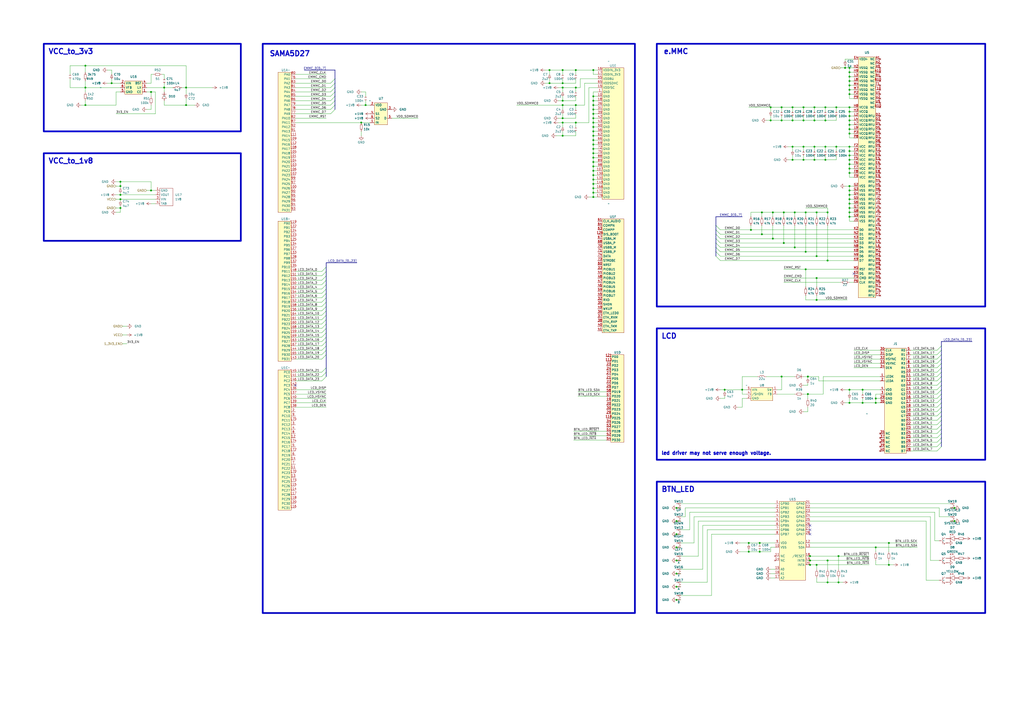
<source format=kicad_sch>
(kicad_sch (version 20230121) (generator eeschema)
  (paper "A2")
  (junction (at 508 231.14))
  (junction (at 485.14 85.09))
  (junction (at 492.76 95.25))
  (junction (at 472.44 85.09))
  (junction (at 469.9 327.66))
  (junction (at 492.76 233.68))
  (junction (at 344.17 91.44))
  (junction (at 49.53 50.8))
  (junction (at 468.63 228.6))
  (junction (at 467.36 123.19))
  (junction (at 492.76 52.07))
  (junction (at 492.76 115.57))
  (junction (at 472.44 69.85))
  (junction (at 392.43 302.26))
  (junction (at 318.77 40.64))
  (junction (at 453.39 62.23))
  (junction (at 459.74 92.71))
  (junction (at 500.38 226.06))
  (junction (at 344.17 114.3))
  (junction (at 478.79 85.09))
  (junction (at 454.66 123.19))
  (junction (at 515.62 327.66))
  (junction (at 472.44 62.23))
  (junction (at 469.9 322.58))
  (junction (at 508 317.5))
  (junction (at 326.39 78.74))
  (junction (at 480.06 123.19))
  (junction (at 440.69 320.04))
  (junction (at 69.85 120.65))
  (junction (at 326.39 48.26))
  (junction (at 420.37 226.06))
  (junction (at 492.76 85.09))
  (junction (at 553.72 302.26))
  (junction (at 212.09 60.96))
  (junction (at 459.74 85.09))
  (junction (at 468.63 218.44))
  (junction (at 344.17 93.98))
  (junction (at 69.85 107.95))
  (junction (at 344.17 71.12))
  (junction (at 473.71 123.19))
  (junction (at 344.17 109.22))
  (junction (at 344.17 99.06))
  (junction (at 441.96 135.89))
  (junction (at 392.43 332.74))
  (junction (at 344.17 73.66))
  (junction (at 392.43 347.98))
  (junction (at 107.95 50.8))
  (junction (at 392.43 294.64))
  (junction (at 492.76 46.99))
  (junction (at 344.17 96.52))
  (junction (at 447.04 62.23))
  (junction (at 492.76 226.06))
  (junction (at 492.76 125.73))
  (junction (at 334.01 50.8))
  (junction (at 87.63 110.49))
  (junction (at 472.44 92.71))
  (junction (at 447.04 69.85))
  (junction (at 49.53 38.1))
  (junction (at 69.85 115.57))
  (junction (at 466.09 69.85))
  (junction (at 485.14 62.23))
  (junction (at 492.76 92.71))
  (junction (at 473.71 148.59))
  (junction (at 64.77 48.26))
  (junction (at 209.55 71.12))
  (junction (at 434.34 320.04))
  (junction (at 492.76 54.61))
  (junction (at 95.25 50.8))
  (junction (at 448.31 123.19))
  (junction (at 344.17 83.82))
  (junction (at 492.76 97.79))
  (junction (at 492.76 118.11))
  (junction (at 553.72 294.64))
  (junction (at 344.17 88.9))
  (junction (at 492.76 87.63))
  (junction (at 492.76 123.19))
  (junction (at 492.76 100.33))
  (junction (at 478.79 69.85))
  (junction (at 454.66 140.97))
  (junction (at 461.01 143.51))
  (junction (at 492.76 39.37))
  (junction (at 492.76 64.77))
  (junction (at 440.69 314.96))
  (junction (at 344.17 106.68))
  (junction (at 326.39 60.96))
  (junction (at 459.74 69.85))
  (junction (at 478.79 92.71))
  (junction (at 344.17 111.76))
  (junction (at 448.31 138.43))
  (junction (at 466.09 92.71))
  (junction (at 87.63 53.34))
  (junction (at 492.76 72.39))
  (junction (at 492.76 69.85))
  (junction (at 326.39 71.12))
  (junction (at 344.17 68.58))
  (junction (at 392.43 309.88))
  (junction (at 334.01 40.64))
  (junction (at 492.76 67.31))
  (junction (at 473.71 173.99))
  (junction (at 344.17 81.28))
  (junction (at 344.17 78.74))
  (junction (at 344.17 63.5))
  (junction (at 492.76 74.93))
  (junction (at 492.76 120.65))
  (junction (at 318.77 48.26))
  (junction (at 344.17 86.36))
  (junction (at 459.74 62.23))
  (junction (at 334.01 60.96))
  (junction (at 344.17 101.6))
  (junction (at 344.17 76.2))
  (junction (at 480.06 337.82))
  (junction (at 434.34 314.96))
  (junction (at 490.22 39.37))
  (junction (at 453.39 218.44))
  (junction (at 466.09 85.09))
  (junction (at 441.96 123.19))
  (junction (at 473.71 327.66))
  (junction (at 480.06 151.13))
  (junction (at 480.06 325.12))
  (junction (at 392.43 317.5))
  (junction (at 473.71 161.29))
  (junction (at 466.09 62.23))
  (junction (at 344.17 66.04))
  (junction (at 392.43 325.12))
  (junction (at 492.76 107.95))
  (junction (at 492.76 77.47))
  (junction (at 344.17 40.64))
  (junction (at 49.53 60.96))
  (junction (at 326.39 68.58))
  (junction (at 478.79 62.23))
  (junction (at 69.85 113.03))
  (junction (at 107.95 60.96))
  (junction (at 334.01 71.12))
  (junction (at 492.76 44.45))
  (junction (at 326.39 58.42))
  (junction (at 492.76 49.53))
  (junction (at 515.62 314.96))
  (junction (at 344.17 60.96))
  (junction (at 430.53 226.06))
  (junction (at 453.39 69.85))
  (junction (at 469.9 325.12))
  (junction (at 461.01 123.19))
  (junction (at 344.17 55.88))
  (junction (at 500.38 233.68))
  (junction (at 467.36 146.05))
  (junction (at 508 233.68))
  (junction (at 344.17 58.42))
  (junction (at 486.41 337.82))
  (junction (at 326.39 50.8))
  (junction (at 492.76 113.03))
  (junction (at 326.39 40.64))
  (junction (at 492.76 110.49))
  (junction (at 344.17 104.14))
  (junction (at 392.43 340.36))
  (junction (at 486.41 322.58))
  (junction (at 492.76 62.23))
  (junction (at 492.76 41.91))
  (junction (at 435.61 133.35))
  (junction (at 69.85 105.41))
  (junction (at 467.36 156.21))
  (junction (at 492.76 90.17))
  (no_connect (at 469.9 307.34))
  (no_connect (at 469.9 304.8))
  (no_connect (at 469.9 309.88))
  (no_connect (at 171.45 223.52))
  (no_connect (at 495.3 158.75))
  (bus_entry (at 543.56 256.54) (size 2.54 -2.54))
  (bus_entry (at 543.56 243.84) (size 2.54 -2.54))
  (bus_entry (at 543.56 218.44) (size 2.54 -2.54))
  (bus_entry (at 543.56 228.6) (size 2.54 -2.54))
  (bus_entry (at 186.69 185.42) (size 2.54 -2.54))
  (bus_entry (at 186.69 157.48) (size 2.54 -2.54))
  (bus_entry (at 186.69 175.26) (size 2.54 -2.54))
  (bus_entry (at 194.31 45.72) (size -2.54 2.54))
  (bus_entry (at 415.29 140.97) (size 2.54 2.54))
  (bus_entry (at 186.69 182.88) (size 2.54 -2.54))
  (bus_entry (at 186.69 162.56) (size 2.54 -2.54))
  (bus_entry (at 543.56 213.36) (size 2.54 -2.54))
  (bus_entry (at 194.31 55.88) (size -2.54 2.54))
  (bus_entry (at 186.69 215.9) (size 2.54 -2.54))
  (bus_entry (at 186.69 170.18) (size 2.54 -2.54))
  (bus_entry (at 543.56 233.68) (size 2.54 -2.54))
  (bus_entry (at 543.56 203.2) (size 2.54 -2.54))
  (bus_entry (at 415.29 133.35) (size 2.54 2.54))
  (bus_entry (at 543.56 254) (size 2.54 -2.54))
  (bus_entry (at 186.69 177.8) (size 2.54 -2.54))
  (bus_entry (at 543.56 223.52) (size 2.54 -2.54))
  (bus_entry (at 543.56 238.76) (size 2.54 -2.54))
  (bus_entry (at 186.69 208.28) (size 2.54 -2.54))
  (bus_entry (at 194.31 48.26) (size -2.54 2.54))
  (bus_entry (at 186.69 165.1) (size 2.54 -2.54))
  (bus_entry (at 543.56 210.82) (size 2.54 -2.54))
  (bus_entry (at 194.31 63.5) (size -2.54 2.54))
  (bus_entry (at 415.29 146.05) (size 2.54 2.54))
  (bus_entry (at 415.29 143.51) (size 2.54 2.54))
  (bus_entry (at 186.69 195.58) (size 2.54 -2.54))
  (bus_entry (at 543.56 248.92) (size 2.54 -2.54))
  (bus_entry (at 543.56 261.62) (size 2.54 -2.54))
  (bus_entry (at 415.29 148.59) (size 2.54 2.54))
  (bus_entry (at 543.56 208.28) (size 2.54 -2.54))
  (bus_entry (at 186.69 203.2) (size 2.54 -2.54))
  (bus_entry (at 186.69 205.74) (size 2.54 -2.54))
  (bus_entry (at 543.56 236.22) (size 2.54 -2.54))
  (bus_entry (at 186.69 198.12) (size 2.54 -2.54))
  (bus_entry (at 186.69 187.96) (size 2.54 -2.54))
  (bus_entry (at 186.69 220.98) (size 2.54 -2.54))
  (bus_entry (at 186.69 172.72) (size 2.54 -2.54))
  (bus_entry (at 543.56 231.14) (size 2.54 -2.54))
  (bus_entry (at 186.69 190.5) (size 2.54 -2.54))
  (bus_entry (at 415.29 138.43) (size 2.54 2.54))
  (bus_entry (at 194.31 60.96) (size -2.54 2.54))
  (bus_entry (at 194.31 58.42) (size -2.54 2.54))
  (bus_entry (at 186.69 200.66) (size 2.54 -2.54))
  (bus_entry (at 186.69 167.64) (size 2.54 -2.54))
  (bus_entry (at 543.56 220.98) (size 2.54 -2.54))
  (bus_entry (at 543.56 205.74) (size 2.54 -2.54))
  (bus_entry (at 186.69 193.04) (size 2.54 -2.54))
  (bus_entry (at 186.69 160.02) (size 2.54 -2.54))
  (bus_entry (at 543.56 215.9) (size 2.54 -2.54))
  (bus_entry (at 543.56 246.38) (size 2.54 -2.54))
  (bus_entry (at 186.69 218.44) (size 2.54 -2.54))
  (bus_entry (at 186.69 180.34) (size 2.54 -2.54))
  (bus_entry (at 194.31 50.8) (size -2.54 2.54))
  (bus_entry (at 194.31 53.34) (size -2.54 2.54))
  (bus_entry (at 543.56 241.3) (size 2.54 -2.54))
  (bus_entry (at 543.56 259.08) (size 2.54 -2.54))
  (bus_entry (at 543.56 251.46) (size 2.54 -2.54))
  (bus_entry (at 415.29 135.89) (size 2.54 2.54))
  (bus_entry (at 543.56 226.06) (size 2.54 -2.54))
  (bus_entry (at 415.29 130.81) (size 2.54 2.54))
  (bus (pts (xy 415.29 125.73) (xy 430.53 125.73)))
  (wire (pts (xy 508 231.14) (xy 510.54 231.14)))
  (wire (pts (xy 49.53 41.91) (xy 49.53 38.1)))
  (wire (pts (xy 335.28 229.87) (xy 351.79 229.87)))
  (wire (pts (xy 447.04 69.85) (xy 453.39 69.85)))
  (bus (pts (xy 194.31 58.42) (xy 194.31 60.96)))
  (bus (pts (xy 189.23 170.18) (xy 189.23 172.72)))
  (wire (pts (xy 49.53 50.8) (xy 69.85 50.8)))
  (wire (pts (xy 69.85 113.03) (xy 90.17 113.03)))
  (bus (pts (xy 546.1 223.52) (xy 546.1 226.06)))
  (wire (pts (xy 344.17 96.52) (xy 346.71 96.52)))
  (bus (pts (xy 189.23 180.34) (xy 189.23 182.88)))
  (wire (pts (xy 544.83 294.64) (xy 544.83 299.72)))
  (wire (pts (xy 459.74 69.85) (xy 466.09 69.85)))
  (wire (pts (xy 341.63 71.12) (xy 334.01 71.12)))
  (wire (pts (xy 49.53 46.99) (xy 49.53 50.8)))
  (wire (pts (xy 69.85 123.19) (xy 69.85 120.65)))
  (wire (pts (xy 171.45 218.44) (xy 186.69 218.44)))
  (wire (pts (xy 492.76 125.73) (xy 495.3 125.73)))
  (wire (pts (xy 447.04 317.5) (xy 449.58 317.5)))
  (wire (pts (xy 478.79 62.23) (xy 485.14 62.23)))
  (wire (pts (xy 87.63 53.34) (xy 87.63 55.88)))
  (wire (pts (xy 316.23 40.64) (xy 318.77 40.64)))
  (wire (pts (xy 485.14 69.85) (xy 485.14 67.31)))
  (wire (pts (xy 466.09 62.23) (xy 472.44 62.23)))
  (wire (pts (xy 171.45 172.72) (xy 186.69 172.72)))
  (wire (pts (xy 95.25 45.72) (xy 95.25 43.18)))
  (bus (pts (xy 176.53 40.64) (xy 194.31 40.64)))
  (wire (pts (xy 495.3 210.82) (xy 510.54 210.82)))
  (wire (pts (xy 344.17 83.82) (xy 344.17 86.36)))
  (bus (pts (xy 189.23 154.94) (xy 189.23 152.4)))
  (wire (pts (xy 441.96 123.19) (xy 435.61 123.19)))
  (wire (pts (xy 515.62 325.12) (xy 515.62 327.66)))
  (wire (pts (xy 107.95 50.8) (xy 123.19 50.8)))
  (wire (pts (xy 344.17 68.58) (xy 346.71 68.58)))
  (wire (pts (xy 473.71 173.99) (xy 473.71 171.45)))
  (wire (pts (xy 334.01 40.64) (xy 344.17 40.64)))
  (wire (pts (xy 171.45 68.58) (xy 189.23 68.58)))
  (wire (pts (xy 344.17 60.96) (xy 344.17 58.42)))
  (wire (pts (xy 466.09 85.09) (xy 472.44 85.09)))
  (wire (pts (xy 40.64 45.72) (xy 40.64 50.8)))
  (wire (pts (xy 87.63 48.26) (xy 85.09 48.26)))
  (wire (pts (xy 344.17 78.74) (xy 346.71 78.74)))
  (wire (pts (xy 478.79 92.71) (xy 485.14 92.71)))
  (bus (pts (xy 546.1 218.44) (xy 546.1 220.98)))
  (wire (pts (xy 209.55 60.96) (xy 212.09 60.96)))
  (wire (pts (xy 171.45 200.66) (xy 186.69 200.66)))
  (bus (pts (xy 189.23 198.12) (xy 189.23 200.66)))
  (wire (pts (xy 62.23 48.26) (xy 64.77 48.26)))
  (wire (pts (xy 318.77 45.72) (xy 318.77 48.26)))
  (wire (pts (xy 510.54 228.6) (xy 508 228.6)))
  (wire (pts (xy 85.09 110.49) (xy 87.63 110.49)))
  (wire (pts (xy 344.17 104.14) (xy 346.71 104.14)))
  (wire (pts (xy 427.99 236.22) (xy 430.53 236.22)))
  (wire (pts (xy 480.06 325.12) (xy 480.06 330.2)))
  (wire (pts (xy 492.76 69.85) (xy 495.3 69.85)))
  (wire (pts (xy 344.17 109.22) (xy 346.71 109.22)))
  (wire (pts (xy 467.36 130.81) (xy 467.36 146.05)))
  (wire (pts (xy 171.45 157.48) (xy 186.69 157.48)))
  (wire (pts (xy 85.09 53.34) (xy 87.63 53.34)))
  (wire (pts (xy 473.71 148.59) (xy 495.3 148.59)))
  (wire (pts (xy 326.39 60.96) (xy 326.39 63.5)))
  (wire (pts (xy 171.45 205.74) (xy 186.69 205.74)))
  (wire (pts (xy 90.17 53.34) (xy 90.17 66.04)))
  (wire (pts (xy 448.31 138.43) (xy 495.3 138.43)))
  (wire (pts (xy 435.61 133.35) (xy 495.3 133.35)))
  (wire (pts (xy 487.68 39.37) (xy 490.22 39.37)))
  (wire (pts (xy 69.85 119.38) (xy 69.85 120.65)))
  (wire (pts (xy 344.17 78.74) (xy 344.17 81.28)))
  (wire (pts (xy 468.63 325.12) (xy 469.9 325.12)))
  (wire (pts (xy 490.22 34.29) (xy 495.3 34.29)))
  (wire (pts (xy 472.44 69.85) (xy 478.79 69.85)))
  (wire (pts (xy 544.83 336.55) (xy 537.21 336.55)))
  (wire (pts (xy 171.45 233.68) (xy 189.23 233.68)))
  (wire (pts (xy 472.44 85.09) (xy 472.44 87.63)))
  (wire (pts (xy 528.32 210.82) (xy 543.56 210.82)))
  (wire (pts (xy 480.06 337.82) (xy 486.41 337.82)))
  (wire (pts (xy 551.18 299.72) (xy 544.83 299.72)))
  (wire (pts (xy 341.63 50.8) (xy 341.63 71.12)))
  (wire (pts (xy 492.76 62.23) (xy 495.3 62.23)))
  (wire (pts (xy 405.13 302.26) (xy 405.13 322.58)))
  (wire (pts (xy 490.22 38.1) (xy 490.22 39.37)))
  (wire (pts (xy 407.67 304.8) (xy 449.58 304.8)))
  (wire (pts (xy 87.63 105.41) (xy 87.63 110.49)))
  (wire (pts (xy 492.76 52.07) (xy 495.3 52.07)))
  (wire (pts (xy 490.22 39.37) (xy 492.76 39.37)))
  (wire (pts (xy 492.76 39.37) (xy 492.76 41.91)))
  (wire (pts (xy 420.37 226.06) (xy 430.53 226.06)))
  (wire (pts (xy 490.22 35.56) (xy 490.22 34.29)))
  (wire (pts (xy 467.36 123.19) (xy 467.36 125.73)))
  (wire (pts (xy 480.06 151.13) (xy 495.3 151.13)))
  (wire (pts (xy 46.99 60.96) (xy 49.53 60.96)))
  (wire (pts (xy 344.17 101.6) (xy 344.17 104.14)))
  (wire (pts (xy 440.69 314.96) (xy 440.69 316.23)))
  (wire (pts (xy 490.22 226.06) (xy 492.76 226.06)))
  (wire (pts (xy 64.77 48.26) (xy 69.85 48.26)))
  (wire (pts (xy 461.01 130.81) (xy 461.01 143.51)))
  (wire (pts (xy 492.76 57.15) (xy 495.3 57.15)))
  (wire (pts (xy 412.75 309.88) (xy 412.75 345.44)))
  (wire (pts (xy 71.12 199.39) (xy 73.66 199.39)))
  (wire (pts (xy 492.76 87.63) (xy 492.76 85.09)))
  (wire (pts (xy 528.32 208.28) (xy 543.56 208.28)))
  (wire (pts (xy 69.85 120.65) (xy 67.31 120.65)))
  (wire (pts (xy 492.76 44.45) (xy 495.3 44.45)))
  (wire (pts (xy 468.63 218.44) (xy 468.63 219.71)))
  (wire (pts (xy 508 317.5) (xy 532.13 317.5)))
  (bus (pts (xy 189.23 157.48) (xy 189.23 160.02)))
  (wire (pts (xy 412.75 309.88) (xy 449.58 309.88)))
  (wire (pts (xy 85.09 50.8) (xy 95.25 50.8)))
  (wire (pts (xy 339.09 60.96) (xy 339.09 48.26)))
  (wire (pts (xy 344.17 114.3) (xy 344.17 111.76)))
  (wire (pts (xy 468.63 223.52) (xy 468.63 222.25)))
  (wire (pts (xy 344.17 86.36) (xy 346.71 86.36)))
  (wire (pts (xy 334.01 48.26) (xy 334.01 45.72)))
  (wire (pts (xy 212.09 60.96) (xy 214.63 60.96)))
  (wire (pts (xy 85.09 63.5) (xy 87.63 63.5)))
  (wire (pts (xy 478.79 90.17) (xy 478.79 92.71)))
  (wire (pts (xy 430.53 226.06) (xy 430.53 228.6)))
  (wire (pts (xy 468.63 238.76) (xy 468.63 236.22)))
  (wire (pts (xy 485.14 85.09) (xy 492.76 85.09)))
  (wire (pts (xy 466.09 67.31) (xy 466.09 69.85)))
  (wire (pts (xy 107.95 50.8) (xy 107.95 54.61)))
  (bus (pts (xy 546.1 213.36) (xy 546.1 215.9)))
  (wire (pts (xy 485.14 62.23) (xy 492.76 62.23)))
  (wire (pts (xy 434.34 62.23) (xy 447.04 62.23)))
  (bus (pts (xy 546.1 254) (xy 546.1 256.54)))
  (wire (pts (xy 486.41 337.82) (xy 488.95 337.82)))
  (wire (pts (xy 171.45 177.8) (xy 186.69 177.8)))
  (bus (pts (xy 189.23 215.9) (xy 189.23 218.44)))
  (bus (pts (xy 546.1 241.3) (xy 546.1 243.84)))
  (wire (pts (xy 454.66 140.97) (xy 495.3 140.97)))
  (wire (pts (xy 410.21 307.34) (xy 449.58 307.34)))
  (wire (pts (xy 87.63 110.49) (xy 90.17 110.49)))
  (wire (pts (xy 492.76 74.93) (xy 492.76 72.39)))
  (wire (pts (xy 447.04 332.74) (xy 449.58 332.74)))
  (wire (pts (xy 469.9 325.12) (xy 480.06 325.12)))
  (wire (pts (xy 492.76 69.85) (xy 492.76 67.31)))
  (wire (pts (xy 417.83 226.06) (xy 420.37 226.06)))
  (wire (pts (xy 485.14 85.09) (xy 485.14 87.63)))
  (wire (pts (xy 344.17 76.2) (xy 344.17 78.74)))
  (wire (pts (xy 468.63 228.6) (xy 477.52 228.6)))
  (wire (pts (xy 492.76 44.45) (xy 492.76 46.99)))
  (wire (pts (xy 212.09 53.34) (xy 212.09 55.88)))
  (wire (pts (xy 171.45 195.58) (xy 186.69 195.58)))
  (wire (pts (xy 448.31 123.19) (xy 448.31 125.73)))
  (bus (pts (xy 415.29 146.05) (xy 415.29 148.59)))
  (wire (pts (xy 107.95 60.96) (xy 95.25 60.96)))
  (bus (pts (xy 415.29 143.51) (xy 415.29 146.05)))
  (wire (pts (xy 322.58 78.74) (xy 326.39 78.74)))
  (bus (pts (xy 546.1 200.66) (xy 546.1 198.12)))
  (wire (pts (xy 323.85 58.42) (xy 326.39 58.42)))
  (wire (pts (xy 341.63 50.8) (xy 346.71 50.8)))
  (wire (pts (xy 171.45 162.56) (xy 186.69 162.56)))
  (bus (pts (xy 189.23 162.56) (xy 189.23 165.1)))
  (bus (pts (xy 415.29 135.89) (xy 415.29 138.43)))
  (wire (pts (xy 334.01 58.42) (xy 334.01 55.88)))
  (wire (pts (xy 171.45 182.88) (xy 186.69 182.88)))
  (bus (pts (xy 546.1 256.54) (xy 546.1 259.08)))
  (wire (pts (xy 392.43 325.12) (xy 394.97 325.12)))
  (wire (pts (xy 495.3 102.87) (xy 492.76 102.87)))
  (wire (pts (xy 492.76 226.06) (xy 492.76 228.6)))
  (wire (pts (xy 430.53 218.44) (xy 439.42 218.44)))
  (bus (pts (xy 546.1 220.98) (xy 546.1 223.52)))
  (bus (pts (xy 189.23 165.1) (xy 189.23 167.64)))
  (wire (pts (xy 491.49 173.99) (xy 473.71 173.99)))
  (wire (pts (xy 209.55 53.34) (xy 212.09 53.34)))
  (wire (pts (xy 344.17 71.12) (xy 344.17 73.66)))
  (wire (pts (xy 440.69 320.04) (xy 447.04 320.04)))
  (wire (pts (xy 500.38 226.06) (xy 500.38 228.6)))
  (wire (pts (xy 430.53 226.06) (xy 430.53 218.44)))
  (wire (pts (xy 344.17 104.14) (xy 344.17 106.68)))
  (wire (pts (xy 454.66 130.81) (xy 454.66 140.97)))
  (wire (pts (xy 459.74 85.09) (xy 459.74 87.63)))
  (wire (pts (xy 299.72 60.96) (xy 326.39 60.96)))
  (wire (pts (xy 191.77 63.5) (xy 171.45 63.5)))
  (wire (pts (xy 508 228.6) (xy 508 231.14)))
  (wire (pts (xy 469.9 302.26) (xy 537.21 302.26)))
  (wire (pts (xy 492.76 49.53) (xy 492.76 52.07)))
  (wire (pts (xy 492.76 46.99) (xy 492.76 49.53)))
  (wire (pts (xy 444.5 218.44) (xy 453.39 218.44)))
  (wire (pts (xy 316.23 48.26) (xy 318.77 48.26)))
  (wire (pts (xy 171.45 208.28) (xy 186.69 208.28)))
  (wire (pts (xy 495.3 213.36) (xy 510.54 213.36)))
  (wire (pts (xy 453.39 226.06) (xy 453.39 218.44)))
  (wire (pts (xy 344.17 40.64) (xy 346.71 40.64)))
  (wire (pts (xy 417.83 231.14) (xy 420.37 231.14)))
  (wire (pts (xy 466.09 90.17) (xy 466.09 92.71)))
  (wire (pts (xy 417.83 133.35) (xy 435.61 133.35)))
  (bus (pts (xy 194.31 53.34) (xy 194.31 55.88)))
  (wire (pts (xy 528.32 261.62) (xy 543.56 261.62)))
  (wire (pts (xy 492.76 110.49) (xy 492.76 113.03)))
  (wire (pts (xy 453.39 218.44) (xy 461.01 218.44)))
  (wire (pts (xy 344.17 55.88) (xy 346.71 55.88)))
  (wire (pts (xy 492.76 72.39) (xy 495.3 72.39)))
  (wire (pts (xy 473.71 337.82) (xy 473.71 335.28)))
  (bus (pts (xy 546.1 251.46) (xy 546.1 254)))
  (bus (pts (xy 194.31 50.8) (xy 194.31 53.34)))
  (wire (pts (xy 480.06 120.65) (xy 480.06 123.19)))
  (bus (pts (xy 194.31 48.26) (xy 194.31 50.8)))
  (wire (pts (xy 492.76 233.68) (xy 500.38 233.68)))
  (wire (pts (xy 332.74 252.73) (xy 351.79 252.73)))
  (wire (pts (xy 171.45 71.12) (xy 209.55 71.12)))
  (wire (pts (xy 472.44 62.23) (xy 478.79 62.23)))
  (bus (pts (xy 546.1 205.74) (xy 546.1 208.28)))
  (wire (pts (xy 537.21 302.26) (xy 537.21 336.55)))
  (wire (pts (xy 397.51 294.64) (xy 449.58 294.64)))
  (wire (pts (xy 405.13 302.26) (xy 449.58 302.26)))
  (wire (pts (xy 105.41 50.8) (xy 107.95 50.8)))
  (wire (pts (xy 394.97 330.2) (xy 407.67 330.2)))
  (wire (pts (xy 171.45 170.18) (xy 186.69 170.18)))
  (wire (pts (xy 477.52 218.44) (xy 510.54 218.44)))
  (wire (pts (xy 323.85 50.8) (xy 326.39 50.8)))
  (wire (pts (xy 67.31 107.95) (xy 69.85 107.95)))
  (wire (pts (xy 459.74 62.23) (xy 459.74 64.77)))
  (wire (pts (xy 528.32 223.52) (xy 543.56 223.52)))
  (wire (pts (xy 334.01 53.34) (xy 334.01 50.8)))
  (wire (pts (xy 346.71 63.5) (xy 344.17 63.5)))
  (wire (pts (xy 478.79 85.09) (xy 478.79 87.63)))
  (wire (pts (xy 528.32 248.92) (xy 543.56 248.92)))
  (wire (pts (xy 394.97 307.34) (xy 400.05 307.34)))
  (wire (pts (xy 448.31 130.81) (xy 448.31 138.43)))
  (wire (pts (xy 490.22 233.68) (xy 492.76 233.68)))
  (wire (pts (xy 326.39 45.72) (xy 326.39 48.26)))
  (wire (pts (xy 492.76 90.17) (xy 492.76 87.63)))
  (wire (pts (xy 326.39 50.8) (xy 326.39 53.34)))
  (wire (pts (xy 171.45 45.72) (xy 189.23 45.72)))
  (bus (pts (xy 415.29 140.97) (xy 415.29 143.51)))
  (wire (pts (xy 191.77 55.88) (xy 171.45 55.88)))
  (wire (pts (xy 447.04 330.2) (xy 449.58 330.2)))
  (wire (pts (xy 473.71 161.29) (xy 473.71 166.37)))
  (bus (pts (xy 189.23 185.42) (xy 189.23 187.96)))
  (wire (pts (xy 454.66 123.19) (xy 448.31 123.19)))
  (wire (pts (xy 171.45 167.64) (xy 186.69 167.64)))
  (wire (pts (xy 344.17 53.34) (xy 346.71 53.34)))
  (wire (pts (xy 528.32 226.06) (xy 543.56 226.06)))
  (bus (pts (xy 189.23 160.02) (xy 189.23 162.56)))
  (wire (pts (xy 492.76 67.31) (xy 495.3 67.31)))
  (wire (pts (xy 492.76 113.03) (xy 495.3 113.03)))
  (wire (pts (xy 528.32 205.74) (xy 543.56 205.74)))
  (wire (pts (xy 435.61 130.81) (xy 435.61 133.35)))
  (wire (pts (xy 472.44 62.23) (xy 472.44 64.77)))
  (wire (pts (xy 334.01 78.74) (xy 334.01 76.2)))
  (wire (pts (xy 394.97 292.1) (xy 449.58 292.1)))
  (wire (pts (xy 454.66 161.29) (xy 473.71 161.29)))
  (bus (pts (xy 189.23 182.88) (xy 189.23 185.42)))
  (wire (pts (xy 344.17 86.36) (xy 344.17 88.9)))
  (wire (pts (xy 459.74 85.09) (xy 466.09 85.09)))
  (wire (pts (xy 508 233.68) (xy 510.54 233.68)))
  (wire (pts (xy 450.85 228.6) (xy 461.01 228.6)))
  (wire (pts (xy 459.74 67.31) (xy 459.74 69.85)))
  (wire (pts (xy 397.51 294.64) (xy 397.51 299.72)))
  (bus (pts (xy 546.1 231.14) (xy 546.1 233.68)))
  (bus (pts (xy 546.1 210.82) (xy 546.1 213.36)))
  (wire (pts (xy 392.43 340.36) (xy 394.97 340.36)))
  (wire (pts (xy 171.45 231.14) (xy 189.23 231.14)))
  (wire (pts (xy 326.39 71.12) (xy 334.01 71.12)))
  (wire (pts (xy 344.17 101.6) (xy 346.71 101.6)))
  (wire (pts (xy 492.76 118.11) (xy 495.3 118.11)))
  (wire (pts (xy 171.45 180.34) (xy 186.69 180.34)))
  (wire (pts (xy 87.63 53.34) (xy 90.17 53.34)))
  (wire (pts (xy 480.06 123.19) (xy 480.06 125.73)))
  (wire (pts (xy 492.76 77.47) (xy 495.3 77.47)))
  (wire (pts (xy 500.38 226.06) (xy 510.54 226.06)))
  (wire (pts (xy 95.25 50.8) (xy 100.33 50.8)))
  (wire (pts (xy 466.09 228.6) (xy 468.63 228.6)))
  (wire (pts (xy 400.05 307.34) (xy 400.05 297.18)))
  (wire (pts (xy 344.17 81.28) (xy 346.71 81.28)))
  (wire (pts (xy 191.77 58.42) (xy 171.45 58.42)))
  (wire (pts (xy 444.5 69.85) (xy 447.04 69.85)))
  (wire (pts (xy 500.38 233.68) (xy 508 233.68)))
  (wire (pts (xy 67.31 53.34) (xy 67.31 60.96)))
  (wire (pts (xy 64.77 48.26) (xy 64.77 45.72)))
  (wire (pts (xy 88.9 43.18) (xy 87.63 43.18)))
  (wire (pts (xy 209.55 76.2) (xy 209.55 78.74)))
  (wire (pts (xy 453.39 64.77) (xy 453.39 62.23)))
  (wire (pts (xy 486.41 322.58) (xy 504.19 322.58)))
  (wire (pts (xy 492.76 87.63) (xy 495.3 87.63)))
  (bus (pts (xy 415.29 133.35) (xy 415.29 135.89)))
  (wire (pts (xy 62.23 40.64) (xy 64.77 40.64)))
  (wire (pts (xy 459.74 62.23) (xy 466.09 62.23)))
  (wire (pts (xy 472.44 90.17) (xy 472.44 92.71)))
  (wire (pts (xy 495.3 205.74) (xy 510.54 205.74)))
  (wire (pts (xy 492.76 115.57) (xy 495.3 115.57)))
  (wire (pts (xy 508 317.5) (xy 508 320.04)))
  (wire (pts (xy 528.32 231.14) (xy 543.56 231.14)))
  (wire (pts (xy 430.53 231.14) (xy 430.53 236.22)))
  (wire (pts (xy 441.96 130.81) (xy 441.96 135.89)))
  (wire (pts (xy 528.32 254) (xy 543.56 254)))
  (wire (pts (xy 469.9 297.18) (xy 542.29 297.18)))
  (bus (pts (xy 194.31 40.64) (xy 194.31 45.72)))
  (wire (pts (xy 492.76 97.79) (xy 495.3 97.79)))
  (wire (pts (xy 171.45 193.04) (xy 186.69 193.04)))
  (wire (pts (xy 227.33 68.58) (xy 242.57 68.58)))
  (wire (pts (xy 440.69 314.96) (xy 449.58 314.96)))
  (wire (pts (xy 474.98 220.98) (xy 510.54 220.98)))
  (wire (pts (xy 528.32 215.9) (xy 543.56 215.9)))
  (wire (pts (xy 113.03 60.96) (xy 107.95 60.96)))
  (wire (pts (xy 492.76 102.87) (xy 492.76 100.33)))
  (wire (pts (xy 480.06 337.82) (xy 480.06 335.28)))
  (wire (pts (xy 551.18 294.64) (xy 553.72 294.64)))
  (wire (pts (xy 468.63 218.44) (xy 474.98 218.44)))
  (wire (pts (xy 492.76 107.95) (xy 495.3 107.95)))
  (wire (pts (xy 469.9 327.66) (xy 473.71 327.66)))
  (wire (pts (xy 344.17 76.2) (xy 346.71 76.2)))
  (wire (pts (xy 392.43 309.88) (xy 394.97 309.88)))
  (bus (pts (xy 546.1 236.22) (xy 546.1 238.76)))
  (wire (pts (xy 394.97 337.82) (xy 410.21 337.82)))
  (wire (pts (xy 469.9 294.64) (xy 544.83 294.64)))
  (wire (pts (xy 87.63 43.18) (xy 87.63 48.26)))
  (wire (pts (xy 492.76 113.03) (xy 492.76 115.57)))
  (wire (pts (xy 71.12 189.23) (xy 73.66 189.23)))
  (bus (pts (xy 546.1 246.38) (xy 546.1 248.92)))
  (wire (pts (xy 344.17 81.28) (xy 344.17 83.82)))
  (wire (pts (xy 344.17 83.82) (xy 346.71 83.82)))
  (wire (pts (xy 107.95 60.96) (xy 107.95 57.15)))
  (wire (pts (xy 344.17 66.04) (xy 346.71 66.04)))
  (wire (pts (xy 544.83 325.12) (xy 539.75 325.12)))
  (bus (pts (xy 415.29 125.73) (xy 415.29 130.81)))
  (wire (pts (xy 107.95 38.1) (xy 49.53 38.1)))
  (wire (pts (xy 49.53 50.8) (xy 49.53 53.34)))
  (wire (pts (xy 492.76 49.53) (xy 495.3 49.53)))
  (bus (pts (xy 194.31 60.96) (xy 194.31 63.5)))
  (wire (pts (xy 171.45 198.12) (xy 186.69 198.12)))
  (wire (pts (xy 508 231.14) (xy 508 233.68)))
  (wire (pts (xy 492.76 231.14) (xy 492.76 233.68)))
  (wire (pts (xy 417.83 138.43) (xy 448.31 138.43)))
  (wire (pts (xy 69.85 115.57) (xy 90.17 115.57)))
  (wire (pts (xy 472.44 92.71) (xy 478.79 92.71)))
  (wire (pts (xy 515.62 314.96) (xy 532.13 314.96)))
  (wire (pts (xy 417.83 151.13) (xy 480.06 151.13)))
  (wire (pts (xy 171.45 43.18) (xy 189.23 43.18)))
  (bus (pts (xy 189.23 187.96) (xy 189.23 190.5)))
  (bus (pts (xy 189.23 193.04) (xy 189.23 195.58)))
  (wire (pts (xy 461.01 123.19) (xy 461.01 125.73)))
  (wire (pts (xy 473.71 327.66) (xy 473.71 330.2)))
  (wire (pts (xy 528.32 228.6) (xy 543.56 228.6)))
  (wire (pts (xy 392.43 294.64) (xy 394.97 294.64)))
  (bus (pts (xy 194.31 45.72) (xy 194.31 48.26)))
  (wire (pts (xy 212.09 58.42) (xy 212.09 60.96)))
  (wire (pts (xy 344.17 111.76) (xy 346.71 111.76)))
  (wire (pts (xy 492.76 226.06) (xy 500.38 226.06)))
  (wire (pts (xy 334.01 60.96) (xy 334.01 63.5)))
  (wire (pts (xy 323.85 71.12) (xy 326.39 71.12)))
  (bus (pts (xy 546.1 248.92) (xy 546.1 251.46)))
  (wire (pts (xy 171.45 203.2) (xy 186.69 203.2)))
  (wire (pts (xy 480.06 130.81) (xy 480.06 151.13)))
  (wire (pts (xy 191.77 60.96) (xy 171.45 60.96)))
  (wire (pts (xy 492.76 97.79) (xy 492.76 95.25)))
  (wire (pts (xy 171.45 175.26) (xy 186.69 175.26)))
  (wire (pts (xy 336.55 45.72) (xy 346.71 45.72)))
  (bus (pts (xy 189.23 152.4) (xy 207.01 152.4)))
  (wire (pts (xy 477.52 228.6) (xy 477.52 218.44)))
  (wire (pts (xy 95.25 48.26) (xy 95.25 50.8)))
  (wire (pts (xy 492.76 85.09) (xy 495.3 85.09)))
  (wire (pts (xy 69.85 105.41) (xy 87.63 105.41)))
  (wire (pts (xy 492.76 41.91) (xy 492.76 44.45)))
  (wire (pts (xy 492.76 72.39) (xy 492.76 69.85)))
  (wire (pts (xy 472.44 67.31) (xy 472.44 69.85)))
  (bus (pts (xy 546.1 215.9) (xy 546.1 218.44)))
  (wire (pts (xy 466.09 85.09) (xy 466.09 87.63)))
  (wire (pts (xy 429.26 320.04) (xy 434.34 320.04)))
  (wire (pts (xy 191.77 53.34) (xy 171.45 53.34)))
  (wire (pts (xy 495.3 80.01) (xy 492.76 80.01)))
  (wire (pts (xy 191.77 50.8) (xy 171.45 50.8)))
  (wire (pts (xy 478.79 67.31) (xy 478.79 69.85)))
  (wire (pts (xy 334.01 43.18) (xy 334.01 40.64)))
  (wire (pts (xy 542.29 297.18) (xy 542.29 313.69)))
  (wire (pts (xy 528.32 256.54) (xy 543.56 256.54)))
  (wire (pts (xy 492.76 92.71) (xy 495.3 92.71)))
  (wire (pts (xy 459.74 92.71) (xy 466.09 92.71)))
  (wire (pts (xy 326.39 58.42) (xy 334.01 58.42)))
  (wire (pts (xy 492.76 123.19) (xy 495.3 123.19)))
  (wire (pts (xy 417.83 148.59) (xy 473.71 148.59)))
  (wire (pts (xy 344.17 68.58) (xy 344.17 71.12)))
  (wire (pts (xy 469.9 292.1) (xy 551.18 292.1)))
  (bus (pts (xy 415.29 138.43) (xy 415.29 140.97)))
  (wire (pts (xy 40.64 38.1) (xy 40.64 43.18)))
  (wire (pts (xy 469.9 317.5) (xy 508 317.5)))
  (wire (pts (xy 71.12 194.31) (xy 73.66 194.31)))
  (wire (pts (xy 417.83 143.51) (xy 461.01 143.51)))
  (wire (pts (xy 392.43 302.26) (xy 394.97 302.26)))
  (wire (pts (xy 528.32 233.68) (xy 543.56 233.68)))
  (wire (pts (xy 466.09 69.85) (xy 472.44 69.85)))
  (wire (pts (xy 461.01 143.51) (xy 495.3 143.51)))
  (wire (pts (xy 492.76 123.19) (xy 492.76 125.73)))
  (wire (pts (xy 341.63 114.3) (xy 344.17 114.3)))
  (wire (pts (xy 334.01 50.8) (xy 336.55 50.8)))
  (wire (pts (xy 346.71 43.18) (xy 344.17 43.18)))
  (wire (pts (xy 346.71 106.68) (xy 344.17 106.68)))
  (wire (pts (xy 447.04 320.04) (xy 447.04 317.5)))
  (bus (pts (xy 189.23 190.5) (xy 189.23 193.04)))
  (wire (pts (xy 394.97 345.44) (xy 412.75 345.44)))
  (wire (pts (xy 492.76 92.71) (xy 492.76 90.17)))
  (wire (pts (xy 459.74 90.17) (xy 459.74 92.71)))
  (wire (pts (xy 461.01 123.19) (xy 454.66 123.19)))
  (wire (pts (xy 466.09 92.71) (xy 472.44 92.71)))
  (wire (pts (xy 492.76 41.91) (xy 495.3 41.91)))
  (wire (pts (xy 478.79 85.09) (xy 485.14 85.09)))
  (wire (pts (xy 171.45 220.98) (xy 186.69 220.98)))
  (wire (pts (xy 420.37 226.06) (xy 420.37 227.33)))
  (wire (pts (xy 326.39 50.8) (xy 334.01 50.8)))
  (wire (pts (xy 394.97 322.58) (xy 405.13 322.58)))
  (wire (pts (xy 67.31 113.03) (xy 69.85 113.03)))
  (wire (pts (xy 344.17 88.9) (xy 344.17 91.44)))
  (wire (pts (xy 447.04 67.31) (xy 447.04 69.85)))
  (wire (pts (xy 334.01 60.96) (xy 339.09 60.96)))
  (wire (pts (xy 344.17 93.98) (xy 344.17 96.52)))
  (wire (pts (xy 430.53 226.06) (xy 433.07 226.06)))
  (wire (pts (xy 528.32 238.76) (xy 543.56 238.76)))
  (wire (pts (xy 473.71 327.66) (xy 504.19 327.66)))
  (wire (pts (xy 407.67 304.8) (xy 407.67 330.2)))
  (wire (pts (xy 441.96 135.89) (xy 495.3 135.89)))
  (wire (pts (xy 332.74 250.19) (xy 351.79 250.19)))
  (wire (pts (xy 171.45 165.1) (xy 186.69 165.1)))
  (wire (pts (xy 454.66 156.21) (xy 467.36 156.21)))
  (wire (pts (xy 171.45 185.42) (xy 186.69 185.42)))
  (wire (pts (xy 209.55 71.12) (xy 214.63 71.12)))
  (wire (pts (xy 528.32 218.44) (xy 543.56 218.44)))
  (wire (pts (xy 332.74 255.27) (xy 351.79 255.27)))
  (wire (pts (xy 435.61 123.19) (xy 435.61 125.73)))
  (wire (pts (xy 492.76 107.95) (xy 492.76 110.49)))
  (bus (pts (xy 189.23 175.26) (xy 189.23 177.8)))
  (wire (pts (xy 454.66 163.83) (xy 487.68 163.83)))
  (wire (pts (xy 440.69 318.77) (xy 440.69 320.04)))
  (wire (pts (xy 344.17 43.18) (xy 344.17 40.64)))
  (wire (pts (xy 480.06 123.19) (xy 473.71 123.19)))
  (wire (pts (xy 492.76 46.99) (xy 495.3 46.99)))
  (wire (pts (xy 95.25 50.8) (xy 95.25 53.34)))
  (wire (pts (xy 478.79 62.23) (xy 478.79 64.77)))
  (wire (pts (xy 434.34 320.04) (xy 440.69 320.04)))
  (bus (pts (xy 189.23 200.66) (xy 189.23 203.2)))
  (wire (pts (xy 344.17 91.44) (xy 346.71 91.44)))
  (wire (pts (xy 453.39 67.31) (xy 453.39 69.85)))
  (wire (pts (xy 326.39 58.42) (xy 326.39 55.88)))
  (wire (pts (xy 453.39 69.85) (xy 459.74 69.85)))
  (wire (pts (xy 485.14 92.71) (xy 485.14 90.17)))
  (wire (pts (xy 492.76 100.33) (xy 492.76 97.79)))
  (wire (pts (xy 434.34 318.77) (xy 434.34 320.04)))
  (wire (pts (xy 474.98 218.44) (xy 474.98 220.98)))
  (wire (pts (xy 508 325.12) (xy 508 327.66)))
  (wire (pts (xy 447.04 62.23) (xy 453.39 62.23)))
  (wire (pts (xy 344.17 63.5) (xy 344.17 66.04)))
  (wire (pts (xy 323.85 68.58) (xy 326.39 68.58)))
  (wire (pts (xy 528.32 246.38) (xy 543.56 246.38)))
  (wire (pts (xy 492.76 128.27) (xy 495.3 128.27)))
  (wire (pts (xy 344.17 91.44) (xy 344.17 93.98)))
  (wire (pts (xy 171.45 190.5) (xy 186.69 190.5)))
  (wire (pts (xy 469.9 299.72) (xy 539.75 299.72)))
  (wire (pts (xy 87.63 63.5) (xy 87.63 60.96)))
  (wire (pts (xy 466.09 238.76) (xy 468.63 238.76)))
  (bus (pts (xy 189.23 213.36) (xy 189.23 215.9)))
  (wire (pts (xy 171.45 228.6) (xy 189.23 228.6)))
  (wire (pts (xy 69.85 107.95) (xy 69.85 109.22)))
  (wire (pts (xy 344.17 99.06) (xy 344.17 101.6)))
  (wire (pts (xy 528.32 213.36) (xy 543.56 213.36)))
  (bus (pts (xy 546.1 203.2) (xy 546.1 205.74)))
  (wire (pts (xy 69.85 111.76) (xy 69.85 113.03)))
  (wire (pts (xy 492.76 90.17) (xy 495.3 90.17)))
  (wire (pts (xy 468.63 327.66) (xy 469.9 327.66)))
  (wire (pts (xy 467.36 120.65) (xy 480.06 120.65)))
  (wire (pts (xy 492.76 95.25) (xy 492.76 92.71)))
  (wire (pts (xy 107.95 50.8) (xy 107.95 38.1)))
  (wire (pts (xy 49.53 60.96) (xy 67.31 60.96)))
  (wire (pts (xy 326.39 40.64) (xy 326.39 43.18)))
  (bus (pts (xy 189.23 154.94) (xy 189.23 157.48)))
  (wire (pts (xy 468.63 228.6) (xy 468.63 231.14)))
  (wire (pts (xy 335.28 227.33) (xy 351.79 227.33)))
  (wire (pts (xy 486.41 335.28) (xy 486.41 337.82)))
  (wire (pts (xy 171.45 215.9) (xy 186.69 215.9)))
  (wire (pts (xy 492.76 77.47) (xy 492.76 74.93)))
  (wire (pts (xy 344.17 60.96) (xy 344.17 63.5)))
  (wire (pts (xy 469.9 314.96) (xy 515.62 314.96)))
  (wire (pts (xy 492.76 67.31) (xy 492.76 64.77)))
  (bus (pts (xy 189.23 195.58) (xy 189.23 198.12)))
  (wire (pts (xy 473.71 337.82) (xy 480.06 337.82)))
  (wire (pts (xy 49.53 60.96) (xy 49.53 58.42)))
  (wire (pts (xy 492.76 115.57) (xy 492.76 118.11)))
  (wire (pts (xy 467.36 123.19) (xy 461.01 123.19)))
  (wire (pts (xy 434.34 314.96) (xy 434.34 316.23)))
  (wire (pts (xy 171.45 160.02) (xy 186.69 160.02)))
  (wire (pts (xy 492.76 118.11) (xy 492.76 120.65)))
  (wire (pts (xy 336.55 50.8) (xy 336.55 45.72)))
  (wire (pts (xy 492.76 54.61) (xy 495.3 54.61)))
  (wire (pts (xy 417.83 140.97) (xy 454.66 140.97)))
  (wire (pts (xy 466.09 223.52) (xy 468.63 223.52)))
  (wire (pts (xy 480.06 325.12) (xy 504.19 325.12)))
  (wire (pts (xy 417.83 146.05) (xy 467.36 146.05)))
  (wire (pts (xy 191.77 48.26) (xy 171.45 48.26)))
  (wire (pts (xy 392.43 317.5) (xy 394.97 317.5)))
  (wire (pts (xy 544.83 313.69) (xy 542.29 313.69)))
  (wire (pts (xy 515.62 327.66) (xy 518.16 327.66)))
  (wire (pts (xy 402.59 299.72) (xy 402.59 314.96)))
  (wire (pts (xy 528.32 259.08) (xy 543.56 259.08)))
  (wire (pts (xy 420.37 231.14) (xy 420.37 229.87)))
  (wire (pts (xy 466.09 62.23) (xy 466.09 64.77)))
  (wire (pts (xy 492.76 100.33) (xy 495.3 100.33)))
  (wire (pts (xy 326.39 48.26) (xy 334.01 48.26)))
  (bus (pts (xy 189.23 167.64) (xy 189.23 170.18)))
  (wire (pts (xy 528.32 203.2) (xy 543.56 203.2)))
  (wire (pts (xy 457.2 85.09) (xy 459.74 85.09)))
  (wire (pts (xy 402.59 314.96) (xy 394.97 314.96)))
  (wire (pts (xy 344.17 111.76) (xy 344.17 109.22)))
  (wire (pts (xy 344.17 71.12) (xy 346.71 71.12)))
  (bus (pts (xy 189.23 172.72) (xy 189.23 175.26)))
  (wire (pts (xy 344.17 96.52) (xy 344.17 99.06)))
  (wire (pts (xy 495.3 203.2) (xy 510.54 203.2)))
  (bus (pts (xy 546.1 208.28) (xy 546.1 210.82)))
  (wire (pts (xy 447.04 62.23) (xy 447.04 64.77)))
  (wire (pts (xy 171.45 236.22) (xy 189.23 236.22)))
  (wire (pts (xy 67.31 115.57) (xy 69.85 115.57)))
  (wire (pts (xy 473.71 161.29) (xy 495.3 161.29)))
  (wire (pts (xy 410.21 307.34) (xy 410.21 337.82)))
  (wire (pts (xy 171.45 187.96) (xy 186.69 187.96)))
  (wire (pts (xy 457.2 92.71) (xy 459.74 92.71)))
  (wire (pts (xy 344.17 58.42) (xy 344.17 55.88)))
  (wire (pts (xy 95.25 43.18) (xy 93.98 43.18)))
  (wire (pts (xy 326.39 68.58) (xy 334.01 68.58)))
  (bus (pts (xy 189.23 177.8) (xy 189.23 180.34)))
  (wire (pts (xy 344.17 114.3) (xy 346.71 114.3)))
  (wire (pts (xy 486.41 322.58) (xy 486.41 330.2)))
  (wire (pts (xy 492.76 39.37) (xy 495.3 39.37)))
  (wire (pts (xy 344.17 99.06) (xy 346.71 99.06)))
  (wire (pts (xy 472.44 85.09) (xy 478.79 85.09)))
  (wire (pts (xy 69.85 105.41) (xy 69.85 107.95)))
  (wire (pts (xy 67.31 105.41) (xy 69.85 105.41)))
  (wire (pts (xy 69.85 115.57) (xy 69.85 116.84)))
  (wire (pts (xy 468.63 322.58) (xy 469.9 322.58)))
  (wire (pts (xy 326.39 68.58) (xy 326.39 66.04)))
  (wire (pts (xy 473.71 130.81) (xy 473.71 148.59)))
  (wire (pts (xy 344.17 73.66) (xy 346.71 73.66)))
  (wire (pts (xy 326.39 60.96) (xy 334.01 60.96)))
  (wire (pts (xy 492.76 64.77) (xy 495.3 64.77)))
  (wire (pts (xy 441.96 123.19) (xy 441.96 125.73)))
  (wire (pts (xy 67.31 53.34) (xy 69.85 53.34)))
  (wire (pts (xy 447.04 335.28) (xy 449.58 335.28)))
  (wire (pts (xy 40.64 50.8) (xy 49.53 50.8)))
  (bus (pts (xy 546.1 243.84) (xy 546.1 246.38)))
  (wire (pts (xy 334.01 68.58) (xy 334.01 66.04)))
  (wire (pts (xy 492.76 110.49) (xy 495.3 110.49)))
  (wire (pts (xy 528.32 241.3) (xy 543.56 241.3)))
  (wire (pts (xy 95.25 60.96) (xy 95.25 58.42)))
  (wire (pts (xy 453.39 62.23) (xy 459.74 62.23)))
  (wire (pts (xy 466.09 218.44) (xy 468.63 218.44)))
  (wire (pts (xy 539.75 299.72) (xy 539.75 325.12)))
  (bus (pts (xy 546.1 233.68) (xy 546.1 236.22)))
  (wire (pts (xy 434.34 314.96) (xy 440.69 314.96)))
  (wire (pts (xy 344.17 55.88) (xy 344.17 53.34)))
  (wire (pts (xy 344.17 93.98) (xy 346.71 93.98)))
  (wire (pts (xy 397.51 299.72) (xy 394.97 299.72)))
  (wire (pts (xy 495.3 208.28) (xy 510.54 208.28)))
  (bus (pts (xy 546.1 198.12) (xy 563.88 198.12)))
  (wire (pts (xy 430.53 231.14) (xy 433.07 231.14)))
  (wire (pts (xy 492.76 95.25) (xy 495.3 95.25)))
  (wire (pts (xy 344.17 66.04) (xy 344.17 68.58)))
  (wire (pts (xy 492.76 64.77) (xy 492.76 62.23)))
  (wire (pts (xy 171.45 226.06) (xy 189.23 226.06)))
  (wire (pts (xy 492.76 74.93) (xy 495.3 74.93)))
  (wire (pts (xy 485.14 62.23) (xy 485.14 64.77)))
  (wire (pts (xy 467.36 146.05) (xy 495.3 146.05)))
  (bus (pts (xy 546.1 238.76) (xy 546.1 241.3)))
  (wire (pts (xy 90.17 118.11) (xy 87.63 118.11)))
  (bus (pts (xy 415.29 130.81) (xy 415.29 133.35)))
  (wire (pts (xy 49.53 38.1) (xy 40.64 38.1)))
  (wire (pts (xy 473.71 123.19) (xy 473.71 125.73)))
  (wire (pts (xy 492.76 120.65) (xy 492.76 123.19)))
  (wire (pts (xy 392.43 332.74) (xy 394.97 332.74)))
  (wire (pts (xy 490.22 107.95) (xy 492.76 107.95)))
  (wire (pts (xy 478.79 69.85) (xy 485.14 69.85)))
  (wire (pts (xy 318.77 48.26) (xy 326.39 48.26)))
  (wire (pts (xy 344.17 88.9) (xy 346.71 88.9)))
  (wire (pts (xy 64.77 40.64) (xy 64.77 43.18)))
  (wire (pts (xy 417.83 135.89) (xy 441.96 135.89)))
  (wire (pts (xy 326.39 78.74) (xy 326.39 76.2)))
  (wire (pts (xy 528.32 236.22) (xy 543.56 236.22)))
  (wire (pts (xy 344.17 58.42) (xy 346.71 58.42)))
  (wire (pts (xy 454.66 123.19) (xy 454.66 125.73)))
  (wire (pts (xy 339.09 48.26) (xy 346.71 48.26)))
  (wire (pts (xy 492.76 54.61) (xy 492.76 57.15)))
  (wire (pts (xy 467.36 173.99) (xy 467.36 171.45)))
  (wire (pts (xy 392.43 347.98) (xy 394.97 347.98)))
  (wire (pts (xy 500.38 231.14) (xy 500.38 233.68)))
  (wire (pts (xy 326.39 71.12) (xy 326.39 73.66)))
  (wire (pts (xy 344.17 60.96) (xy 346.71 60.96)))
  (wire (pts (xy 528.32 243.84) (xy 543.56 243.84)))
  (wire (pts (xy 318.77 40.64) (xy 326.39 40.64)))
  (wire (pts (xy 473.71 123.19) (xy 467.36 123.19)))
  (wire (pts (xy 473.71 173.99) (xy 467.36 173.99)))
  (wire (pts (xy 326.39 78.74) (xy 334.01 78.74)))
  (wire (pts (xy 400.05 297.18) (xy 449.58 297.18)))
  (wire (pts (xy 492.76 80.01) (xy 492.76 77.47)))
  (wire (pts (xy 191.77 66.04) (xy 171.45 66.04)))
  (wire (pts (xy 334.01 71.12) (xy 334.01 73.66)))
  (bus (pts (xy 546.1 200.66) (xy 546.1 203.2)))
  (wire (pts (xy 334.01 40.64) (xy 326.39 40.64)))
  (wire (pts (xy 450.85 226.06) (xy 453.39 226.06)))
  (wire (pts (xy 528.32 251.46) (xy 543.56 251.46)))
  (bus (pts (xy 546.1 228.6) (xy 546.1 231.14)))
  (bus (pts (xy 189.23 205.74) (xy 189.23 213.36)))
  (wire (pts (xy 508 327.66) (xy 515.62 327.66)))
  (wire (pts (xy 515.62 314.96) (xy 515.62 320.04)))
  (wire (pts (xy 67.31 66.04) (xy 90.17 66.04)))
  (wire (pts (xy 467.36 156.21) (xy 467.36 166.37)))
  (wire (pts (xy 318.77 40.64) (xy 318.77 43.18)))
  (wire (pts (xy 492.76 120.65) (xy 495.3 120.65)))
  (wire (pts (xy 344.17 73.66) (xy 344.17 76.2)))
  (wire (pts (xy 67.31 123.19) (xy 69.85 123.19)))
  (wire (pts (xy 551.18 302.26) (xy 553.72 302.26)))
  (wire (pts (xy 429.26 314.96) (xy 434.34 314.96)))
  (wire (pts (xy 344.17 106.68) (xy 344.17 109.22)))
  (wire (pts (xy 402.59 299.72) (xy 449.58 299.72)))
  (wire (pts (xy 430.53 228.6) (xy 433.07 228.6)))
  (wire (pts (xy 448.31 123.19) (xy 441.96 123.19)))
  (bus (pts (xy 194.31 55.88) (xy 194.31 58.42)))
  (wire (pts (xy 469.9 322.58) (xy 486.41 322.58)))
  (wire (pts (xy 528.32 220.98) (xy 543.56 220.98)))
  (wire (pts (xy 492.76 125.73) (xy 492.76 128.27)))
  (bus (pts (xy 546.1 226.06) (xy 546.1 228.6)))
  (wire (pts (xy 492.76 163.83) (xy 495.3 163.83)))
  (wire (pts (xy 467.36 156.21) (xy 495.3 156.21)))
  (wire (pts (xy 492.76 52.07) (xy 492.76 54.61)))
  (bus (pts (xy 189.23 203.2) (xy 189.23 205.74)))
  (rectangle (start 152.4 25.4) (end 368.3 355.6) (stroke (width 1)))
  (rectangle (start 381 190.5) (end 571.5 266.7) (stroke (width 1)))
  (rectangle (start 381 279.4) (end 571.5 355.6) (stroke (width 1)))
  (rectangle (start 381 25.4) (end 571.5 177.8) (stroke (width 1)))
  (rectangle (start 25.4 88.9) (end 139.7 139.7) (stroke (width 1)))
  (rectangle (start 25.4 25.4) (end 139.7 76.2) (stroke (width 1)))
  (text "LCD\n" (at 383.54 196.85 0) (effects (font (size 3 3) (thickness 0.6) bold) (justify left bottom)))
  (text "VCC_to_3v3" (at 27.94 31.75 0) (effects (font (size 3 3) bold) (justify left bottom)))
  (text "BTN_LED" (at 383.54 285.75 0) (effects (font (size 3 3) (thickness 0.6) bold) (justify left bottom)))
  (text "e.MMC" (at 384.81 31.75 0) (effects (font (size 3 3) (thickness 0.6) bold) (justify left bottom)))
  (text "VCC_to_1v8" (at 27.94 95.25 0) (effects (font (size 3 3) bold) (justify left bottom)))
  (text "led driver may not serve enough voltage." (at 383.54 264.16 0) (effects (font (size 2 2) (thickness 0.6) bold) (justify left bottom)))
  (text "SAMA5D27" (at 156.21 33.02 0) (effects (font (size 3 3) bold) (justify left bottom)))
  (label "LCD_DATA_0" (at 529.59 243.84 0))
  (label "BTN_LED_SDA" (at 532.13 317.5 180))
  (label "BTN_LED_~{RESET}" (at 332.74 250.19 0))
  (label "LCD_DATA_9" (at 172.72 180.34 0))
  (label "EMMC_RST" (at 189.23 68.58 180))
  (label "LCD_DATA_22" (at 172.72 218.44 0))
  (label "LCD_DATA_23" (at 529.59 220.98 0))
  (label "LCD_DATA_6" (at 172.72 172.72 0))
  (label "LCD_DEN" (at 495.3 213.36 0))
  (label "LCD_DATA_12" (at 172.72 187.96 0))
  (label "LCD_HSYNC" (at 495.3 208.28 0))
  (label "3V3_EN" (at 67.31 66.04 0))
  (label "LCD_DATA_17" (at 529.59 205.74 0))
  (label "LCD_DATA_22" (at 529.59 218.44 0))
  (label "LCD_DATA_10" (at 172.72 182.88 0))
  (label "LCD_DATA_20" (at 172.72 208.28 0))
  (label "LCD_DATA_[0..23]" (at 207.01 152.4 180))
  (label "LCD_DATA_13" (at 529.59 236.22 0))
  (label "EMMC_D5" (at 420.37 146.05 0))
  (label "LCD_DATA_1" (at 529.59 246.38 0))
  (label "LCD_DATA_16" (at 172.72 198.12 0))
  (label "BTN_LED_~{INTA}" (at 504.19 327.66 180))
  (label "VDD_SDMMC0" (at 242.57 68.58 180))
  (label "EMMC_D1" (at 189.23 50.8 180))
  (label "LCD_DATA_14" (at 172.72 193.04 0))
  (label "BTN_LED_~{INTA}" (at 332.74 255.27 0))
  (label "LCD_DATA_[0..23]" (at 563.88 198.12 180))
  (label "LCD_DATA_17" (at 172.72 200.66 0))
  (label "LCD_DATA_7" (at 172.72 175.26 0))
  (label "LCD_DATA_23" (at 172.72 220.98 0))
  (label "LCD_DATA_5" (at 172.72 170.18 0))
  (label "LCD_DATA_16" (at 529.59 203.2 0))
  (label "BTN_LED_~{INTB}" (at 332.74 252.73 0))
  (label "BTN_LED_SCK" (at 532.13 314.96 180))
  (label "EMMC_D7" (at 420.37 151.13 0))
  (label "LCD_DATA_8" (at 172.72 177.8 0))
  (label "VDD_SDMMC0" (at 480.06 120.65 180))
  (label "LCD_HSYNC" (at 189.23 231.14 180))
  (label "LCD_DATA_8" (at 529.59 223.52 0))
  (label "LCD_DEN" (at 189.23 236.22 180))
  (label "EMMC_D4" (at 420.37 143.51 0))
  (label "VDD_SDMMC0" (at 434.34 62.23 0))
  (label "EMMC_D0" (at 420.37 133.35 0))
  (label "BTN_LED_SDA" (at 335.28 227.33 0))
  (label "EMMC_CMD" (at 454.66 161.29 0))
  (label "BTN_LED_~{RESET}" (at 504.19 322.58 180))
  (label "LCD_DATA_11" (at 172.72 185.42 0))
  (label "EMMC_D[0..7]" (at 430.53 125.73 180))
  (label "LCD_DATA_15" (at 172.72 195.58 0))
  (label "LCD_DATA_13" (at 172.72 190.5 0))
  (label "LCD_DATA_19" (at 529.59 210.82 0))
  (label "EMMC_D7" (at 189.23 66.04 180))
  (label "LCD_DATA_3" (at 529.59 251.46 0))
  (label "EMMC_D4" (at 189.23 58.42 180))
  (label "EMMC_D6" (at 189.23 63.5 180))
  (label "LCD_DATA_7" (at 529.59 261.62 0))
  (label "LCD_DATA_0" (at 172.72 157.48 0))
  (label "LCD_DATA_3" (at 172.72 165.1 0))
  (label "LCD_DATA_21" (at 529.59 215.9 0))
  (label "EMMC_D1" (at 420.37 135.89 0))
  (label "LCD_DATA_1" (at 172.72 160.02 0))
  (label "EMMC_D0" (at 189.23 48.26 180))
  (label "LCD_DATA_2" (at 529.59 248.92 0))
  (label "EMMC_D[0..7]" (at 189.23 40.64 180))
  (label "LCD_DATA_5" (at 529.59 256.54 0))
  (label "LCD_CLK" (at 495.3 203.2 0))
  (label "EMMC_D3" (at 420.37 140.97 0))
  (label "EMMC_CLK" (at 454.66 163.83 0))
  (label "LCD_DATA_19" (at 172.72 205.74 0))
  (label "LCD_DATA_4" (at 529.59 254 0))
  (label "LCD_DATA_12" (at 529.59 233.68 0))
  (label "VDD_SDMMC0" (at 299.72 60.96 0))
  (label "LCD_DATA_18" (at 172.72 203.2 0))
  (label "LCD_CLK" (at 189.23 233.68 180))
  (label "LCD_DISP" (at 189.23 226.06 180))
  (label "EMMC_D2" (at 189.23 53.34 180))
  (label "VDD_SDMMC0" (at 491.49 173.99 180))
  (label "LCD_VSYNC" (at 495.3 210.82 0))
  (label "LCD_DATA_18" (at 529.59 208.28 0))
  (label "LCD_DATA_6" (at 529.59 259.08 0))
  (label "EMMC_CMD" (at 189.23 45.72 180))
  (label "LCD_DATA_9" (at 529.59 226.06 0))
  (label "EMMC_D3" (at 189.23 55.88 180))
  (label "EMMC_CLK" (at 189.23 43.18 180))
  (label "LCD_DATA_11" (at 529.59 231.14 0))
  (label "BTN_LED_~{INTB}" (at 504.19 325.12 180))
  (label "LCD_DATA_10" (at 529.59 228.6 0))
  (label "3V3_EN" (at 73.66 199.39 0))
  (label "LCD_DATA_20" (at 529.59 213.36 0))
  (label "EMMC_D2" (at 420.37 138.43 0))
  (label "LCD_DATA_2" (at 172.72 162.56 0))
  (label "LCD_DATA_15" (at 529.59 241.3 0))
  (label "LCD_DATA_14" (at 529.59 238.76 0))
  (label "EMMC_D6" (at 420.37 148.59 0))
  (label "LCD_DATA_4" (at 172.72 167.64 0))
  (label "EMMC_RST" (at 454.66 156.21 0))
  (label "EMMC_D5" (at 189.23 60.96 180))
  (label "LCD_DATA_21" (at 172.72 215.9 0))
  (label "LCD_VSYNC" (at 189.23 228.6 180))
  (label "LCD_DISP" (at 495.3 205.74 0))
  (label "BTN_LED_SCK" (at 335.28 229.87 0))
  (hierarchical_label "GND" (shape input) (at 71.12 189.23 180))
  (hierarchical_label "GND" (shape input) (at 67.31 120.65 180))
  (hierarchical_label "GND" (shape input) (at 85.09 110.49 180))
  (hierarchical_label "GND" (shape input) (at 67.31 107.95 180))
  (hierarchical_label "VCC" (shape input) (at 71.12 194.31 180))
  (hierarchical_label "1_3V3_EN" (shape input) (at 71.12 199.39 180))
  (hierarchical_label "GND" (shape input) (at 487.68 39.37 180))
  (hierarchical_label "VCC" (shape input) (at 67.31 115.57 180))
  (symbol (lib_id "a5d27_handheld_console:1V8_1") (at 67.31 113.03 90) (unit 1)
    (property "Reference" "#PWR019" (effects hide))
    (property "Value" "1V8_1" (at 63.5 113.03 90) (effects (justify left)))
  )
  (symbol (lib_id "a5d27_handheld_console:1117") (at 96.52 114.3 0) (unit 1)
    (property "Reference" "U6" (at 101.6 113.03 0) (effects (justify left)))
    (property "Value" "1V8" (at 101.6 115.57 0) (effects (justify left)))
    (property "Footprint" "a5d27_handheld_console:1117" (effects hide))
    (instances (project "a5d27_handheld_console_pcb" (path "" (reference "U17") (unit 1))))
  )
  (symbol (lib_id "a5d27_handheld_console:GND_1") (at 447.04 330.2 270) (unit 1)
    (property "Reference" "#PWR044" (effects hide))
    (property "Value" "GND_1" (at 440.69 330.2 90))
  )
  (symbol (lib_id "a5d27_handheld_console:C_Ceramic_2012") (at 334.01 64.77 90) (unit 1)
    (property "Reference" "C3" (at 331.47 63.5 90))
    (property "Value" "100n" (at 331.47 66.04 90))
    (property "Footprint" "a5d27_handheld_console:C_Ceramic_2012" (effects hide))
  )
  (symbol (lib_id "a5d27_handheld_console:3V3_1") (at 560.07 312.42 270) (unit 1)
    (property "Reference" "#PWR054" (effects hide))
    (property "Value" "3V3_1" (at 563.88 312.42 90) (effects (justify left)))
  )
  (symbol (lib_id "a5d27_handheld_console:3V3_1") (at 123.19 50.8 270) (unit 1)
    (property "Reference" "#PWR017" (effects hide))
    (property "Value" "3V3_1" (at 127 50.8 90) (effects (justify left)))
  )
  (symbol (lib_id "a5d27_handheld_console:CMS06") (at 463.55 218.44 0) (unit 1)
    (property "Reference" "D2" (at 463.55 214.63 0))
    (property "Value" "~" (at 463.55 218.44 0))
    (property "Footprint" "a5d27_handheld_console:CMS06" (effects hide))
    (instances (project "a5d27_handheld_console_pcb" (path "" (reference "D6") (unit 1))))
  )
  (symbol (lib_id "a5d27_handheld_console:GND_1") (at 444.5 69.85 270) (unit 1)
    (property "Reference" "#PWR057" (effects hide))
    (property "Value" "GND_1" (at 438.15 69.85 90))
  )
  (symbol (lib_id "a5d27_handheld_console:GND_1") (at 341.63 114.3 270) (unit 1)
    (property "Reference" "#PWR013" (effects hide))
    (property "Value" "GND_1" (at 335.28 114.3 90))
  )
  (symbol (lib_id "a5d27_handheld_console:C_Tantalum_3216") (at 69.85 118.11 270) (unit 1)
    (property "Reference" "C39" (at 71.12 116.84 90) (effects (justify left)))
    (property "Value" "4u7" (at 71.12 119.38 90) (effects (justify left)))
    (property "Footprint" "a5d27_handheld_console:C_Tantalum_3216" (effects hide))
    (instances (project "a5d27_handheld_console_pcb" (path "" (reference "C74") (unit 1))))
  )
  (symbol (lib_id "a5d27_handheld_console:GND_1") (at 392.43 340.36 270) (unit 1)
    (property "Reference" "#PWR040" (effects hide))
    (property "Value" "GND_1" (at 386.08 340.36 90))
  )
  (symbol (lib_id "a5d27_handheld_console:GND_1") (at 392.43 332.74 270) (unit 1)
    (property "Reference" "#PWR039" (effects hide))
    (property "Value" "GND_1" (at 386.08 332.74 90))
  )
  (symbol (lib_id "a5d27_handheld_console:C_Ceramic_2012") (at 440.69 317.5 90) (unit 1)
    (property "Reference" "C14" (at 441.96 316.23 90) (effects (justify right)))
    (property "Value" "100n" (at 441.96 318.77 90) (effects (justify right)))
    (property "Footprint" "a5d27_handheld_console:C_Ceramic_2012" (effects hide))
    (instances (project "a5d27_handheld_console_pcb" (path "" (reference "C68") (unit 1))))
  )
  (symbol (lib_id "a5d27_handheld_console:R_2012") (at 487.68 332.74 270) (unit 1)
    (property "Reference" "R1" (at 487.68 331.47 90) (effects (justify left)))
    (property "Value" "1k" (at 487.68 334.01 90) (effects (justify left)))
    (property "Footprint" "a5d27_handheld_console:R_2012" (effects hide))
    (instances (project "a5d27_handheld_console_pcb" (path "" (reference "R43") (unit 1))))
  )
  (symbol (lib_id "a5d27_handheld_console:SWITCH") (at 393.7 323.85 0) (unit 1)
    (property "Reference" "SW5" (at 393.7 321.31 0))
    (property "Value" "X" (at 393.7 326.39 0))
    (property "Footprint" "a5d27_handheld_console:SWITCH" (effects hide))
    (instances (project "a5d27_handheld_console_pcb" (path "" (reference "SW15") (unit 1))))
  )
  (symbol (lib_id "a5d27_handheld_console:LED_2012") (at 552.45 312.42 0) (mirror y) (unit 1)
    (property "Reference" "D3" (at 552.45 306.07 0))
    (property "Value" "RED" (at 552.45 308.61 0))
    (property "Footprint" "a5d27_handheld_console:LED_2012" (effects hide))
    (instances (project "a5d27_handheld_console_pcb" (path "" (reference "D7") (unit 1))))
  )
  (symbol (lib_id "a5d27_handheld_console:GND_1") (at 323.85 58.42 270) (unit 1)
    (property "Reference" "#PWR07" (effects hide))
    (property "Value" "GND_1" (at 317.5 58.42 90))
  )
  (symbol (lib_id "a5d27_handheld_console:GND_1") (at 427.99 236.22 270) (unit 1)
    (property "Reference" "#PWR029" (effects hide))
    (property "Value" "GND_1" (at 421.64 236.22 90))
  )
  (symbol (lib_id "a5d27_handheld_console:GND_1") (at 553.72 302.26 90) (unit 1)
    (property "Reference" "#PWR050" (effects hide))
    (property "Value" "GND_1" (at 560.07 302.26 90))
  )
  (symbol (lib_id "a5d27_handheld_console:GND_1") (at 323.85 68.58 270) (unit 1)
    (property "Reference" "#PWR08" (effects hide))
    (property "Value" "GND_1" (at 317.5 68.58 90))
  )
  (symbol (lib_id "a5d27_handheld_console:C_Tantalum_3216") (at 468.63 220.98 270) (unit 1)
    (property "Reference" "C17" (at 469.9 219.71 90) (effects (justify left)))
    (property "Value" "1u" (at 469.9 222.25 90) (effects (justify left)))
    (property "Footprint" "a5d27_handheld_console:C_Tantalum_3216" (effects hide))
    (instances (project "a5d27_handheld_console_pcb" (path "" (reference "C64") (unit 1))))
  )
  (symbol (lib_id "a5d27_handheld_console:LED_2012") (at 552.45 323.85 0) (mirror y) (unit 1)
    (property "Reference" "D4" (at 552.45 317.5 0))
    (property "Value" "GREEN" (at 552.45 320.04 0))
    (property "Footprint" "a5d27_handheld_console:LED_2012" (effects hide))
    (instances (project "a5d27_handheld_console_pcb" (path "" (reference "D8") (unit 1))))
  )
  (symbol (lib_id "a5d27_handheld_console:SWITCH") (at 552.45 300.99 0) (unit 1)
    (property "Reference" "SW10" (at 552.45 298.45 0))
    (property "Value" "SYSTEM_1" (at 552.45 303.53 0))
    (property "Footprint" "a5d27_handheld_console:SWITCH" (effects hide))
    (instances (project "a5d27_handheld_console_pcb" (path "" (reference "SW20") (unit 1))))
  )
  (symbol (lib_id "a5d27_handheld_console:3V3_1") (at 209.55 60.96 90) (unit 1)
    (property "Reference" "#PWR01" (effects hide))
    (property "Value" "3V3_1" (at 205.74 60.96 90) (effects (justify left)))
  )
  (symbol (lib_id "a5d27_handheld_console:R_2012") (at 557.53 313.69 180) (unit 1)
    (property "Reference" "R1" (at 557.53 309.88 0))
    (property "Value" "~" (at 557.53 314.96 0))
    (property "Footprint" "a5d27_handheld_console:R_2012" (effects hide))
    (instances (project "a5d27_handheld_console_pcb" (path "" (reference "R46") (unit 1))))
  )
  (symbol (lib_id "a5d27_handheld_console:GND_1") (at 490.22 233.68 270) (unit 1)
    (property "Reference" "#PWR032" (effects hide))
    (property "Value" "GND_1" (at 483.87 233.68 90))
  )
  (symbol (lib_id "a5d27_handheld_console:C_Tantalum_3216") (at 459.74 88.9 90) (mirror x) (unit 1)
    (property "Reference" "C24" (at 461.01 87.63 90) (effects (justify right)))
    (property "Value" "10u" (at 461.01 90.17 90) (effects (justify right)))
    (property "Footprint" "a5d27_handheld_console:C_Tantalum_3216" (effects hide))
  )
  (symbol (lib_id "a5d27_handheld_console:ATSAMA5D27-SOM1") (at 165.1 82.55 0) (mirror y) (unit 1)
    (property "Reference" "U1" (at 165.1 40.64 0))
    (property "Value" "~" (at 167.64 40.64 0))
    (property "Footprint" "a5d27_handheld_console:ATSAMA5D27-SOM1" (effects hide))
  )
  (symbol (lib_id "a5d27_handheld_console:ATSAMA5D27-SOM1") (at 355.6 77.47 0) (unit 5)
    (property "Reference" "U1" (at 355.6 38.1 0))
    (property "Value" "~" (at 353.06 35.56 0))
    (property "Footprint" "a5d27_handheld_console:ATSAMA5D27-SOM1" (effects hide))
  )
  (symbol (lib_id "a5d27_handheld_console:3V3_1") (at 316.23 40.64 90) (unit 1)
    (property "Reference" "#PWR03" (effects hide))
    (property "Value" "3V3_1" (at 312.42 40.64 90) (effects (justify left)))
  )
  (symbol (lib_id "a5d27_handheld_console:SWITCH") (at 393.7 346.71 0) (unit 1)
    (property "Reference" "SW8" (at 393.7 344.17 0))
    (property "Value" "B" (at 393.7 349.25 0))
    (property "Footprint" "a5d27_handheld_console:SWITCH" (effects hide))
    (instances (project "a5d27_handheld_console_pcb" (path "" (reference "SW18") (unit 1))))
  )
  (symbol (lib_id "a5d27_handheld_console:R_2012") (at 481.33 332.74 270) (unit 1)
    (property "Reference" "R1" (at 481.33 331.47 90) (effects (justify left)))
    (property "Value" "10k" (at 481.33 334.01 90) (effects (justify left)))
    (property "Footprint" "a5d27_handheld_console:R_2012" (effects hide))
    (instances (project "a5d27_handheld_console_pcb" (path "" (reference "R42") (unit 1))))
  )
  (symbol (lib_id "a5d27_handheld_console:R_2012") (at 469.9 233.68 270) (unit 1)
    (property "Reference" "R1" (at 469.9 232.41 90) (effects (justify left)))
    (property "Value" "20" (at 469.9 234.95 90) (effects (justify left)))
    (property "Footprint" "a5d27_handheld_console:R_2012" (effects hide))
    (instances (project "a5d27_handheld_console_pcb" (path "" (reference "R40") (unit 1))))
  )
  (symbol (lib_id "a5d27_handheld_console:GND_1") (at 549.91 314.96 90) (unit 1)
    (property "Reference" "#PWR051" (effects hide))
    (property "Value" "GND_1" (at 556.26 314.96 90))
  )
  (symbol (lib_id "a5d27_handheld_console:C_Ceramic_2012") (at 466.09 66.04 90) (unit 1)
    (property "Reference" "C28" (at 467.36 64.77 90) (effects (justify right)))
    (property "Value" "100n" (at 467.36 67.31 90) (effects (justify right)))
    (property "Footprint" "a5d27_handheld_console:C_Ceramic_2012" (effects hide))
  )
  (symbol (lib_id "a5d27_handheld_console:CAT4139") (at 441.96 228.6 0) (unit 1)
    (property "Reference" "U3" (at 441.96 223.52 0))
    (property "Value" "~" (at 433.07 223.52 0))
    (property "Footprint" "a5d27_handheld_console:CAT4139" (effects hide))
    (instances (project "a5d27_handheld_console_pcb" (path "" (reference "U8") (unit 1))))
  )
  (symbol (lib_id "a5d27_handheld_console:VCC") (at 73.66 194.31 270) (unit 1)
    (property "Reference" "#PWR024" (effects hide))
    (property "Value" "VCC" (at 77.47 194.31 90) (effects (justify left)))
  )
  (symbol (lib_id "a5d27_handheld_console:GND_1") (at 67.31 123.19 270) (unit 1)
    (property "Reference" "#PWR022" (effects hide))
    (property "Value" "GND_1" (at 60.96 123.19 90))
  )
  (symbol (lib_id "a5d27_handheld_console:MMBT3904") (at 547.37 325.12 0) (unit 1)
    (property "Reference" "Q2" (at 547.37 321.31 0))
    (property "Value" "~" (at 547.37 325.12 0))
    (property "Footprint" "a5d27_handheld_console:MMBT3904" (effects hide))
    (instances (project "a5d27_handheld_console_pcb" (path "" (reference "Q5") (unit 1))))
  )
  (symbol (lib_id "a5d27_handheld_console:R_2012") (at 459.74 128.27 90) (mirror x) (unit 1)
    (property "Reference" "R3" (at 462.28 127 90) (effects (justify right)))
    (property "Value" "47k" (at 462.28 129.54 90) (effects (justify right)))
    (property "Footprint" "a5d27_handheld_console:R_2012" (effects hide))
    (instances (project "a5d27_handheld_console_pcb" (path "" (reference "R20") (unit 1))))
  )
  (symbol (lib_id "a5d27_handheld_console:SWITCH") (at 393.7 308.61 0) (unit 1)
    (property "Reference" "SW3" (at 393.7 306.07 0))
    (property "Value" "RIGHT" (at 393.7 311.15 0))
    (property "Footprint" "a5d27_handheld_console:SWITCH" (effects hide))
    (instances (project "a5d27_handheld_console_pcb" (path "" (reference "SW13") (unit 1))))
  )
  (symbol (lib_id "a5d27_handheld_console:R_2012") (at 463.55 229.87 180) (unit 1)
    (property "Reference" "R1" (at 463.55 226.06 0))
    (property "Value" "1k" (at 463.55 231.14 0))
    (property "Footprint" "a5d27_handheld_console:R_2012" (effects hide))
    (instances (project "a5d27_handheld_console_pcb" (path "" (reference "R39") (unit 1))))
  )
  (symbol (lib_id "a5d27_handheld_console:R_2012") (at 48.26 55.88 90) (unit 1)
    (property "Reference" "R2" (at 52.07 57.15 90))
    (property "Value" "1k2" (at 50.8 54.61 90) (effects (justify right)))
    (property "Footprint" "a5d27_handheld_console:R_2012" (effects hide))
    (instances (project "a5d27_handheld_console_pcb" (path "" (reference "R50") (unit 1))))
  )
  (symbol (lib_id "a5d27_handheld_console:1V8_1") (at 214.63 68.58 90) (unit 1)
    (property "Reference" "#PWR018" (effects hide))
    (property "Value" "1V8_1" (at 210.82 68.58 90) (effects (justify left)))
  )
  (symbol (lib_id "a5d27_handheld_console:MMBT3904") (at 547.37 313.69 0) (unit 1)
    (property "Reference" "Q1" (at 547.37 309.88 0))
    (property "Value" "~" (at 547.37 313.69 0))
    (property "Footprint" "a5d27_handheld_console:MMBT3904" (effects hide))
    (instances (project "a5d27_handheld_console_pcb" (path "" (reference "Q4") (unit 1))))
  )
  (symbol (lib_id "a5d27_handheld_console:ER-TFT043A2-3") (at 519.43 232.41 0) (unit 1)
    (property "Reference" "J3" (at 519.43 199.39 0))
    (property "Value" "~" (at 502.92 240.03 0))
    (property "Footprint" "a5d27_handheld_console:ER-TFT043A2-3" (effects hide))
    (instances (project "a5d27_handheld_console_pcb" (path "" (reference "J1") (unit 1))))
  )
  (symbol (lib_id "a5d27_handheld_console:3V3_1") (at 323.85 50.8 90) (unit 1)
    (property "Reference" "#PWR06" (effects hide))
    (property "Value" "3V3_1" (at 320.04 50.8 90) (effects (justify left)))
  )
  (symbol (lib_id "a5d27_handheld_console:C_Tantalum_3216") (at 326.39 54.61 90) (unit 1)
    (property "Reference" "C5" (at 322.58 53.34 90) (effects (justify right)))
    (property "Value" "2u2" (at 323.85 55.88 90))
    (property "Footprint" "a5d27_handheld_console:C_Tantalum_3216" (effects hide))
  )
  (symbol (lib_id "a5d27_handheld_console:C_Ceramic_2012") (at 334.01 44.45 90) (unit 1)
    (property "Reference" "C9" (at 331.47 43.18 90))
    (property "Value" "100n" (at 331.47 45.72 90))
    (property "Footprint" "a5d27_handheld_console:C_Ceramic_2012" (effects hide))
  )
  (symbol (lib_id "a5d27_handheld_console:GND_1") (at 316.23 48.26 270) (unit 1)
    (property "Reference" "#PWR05" (effects hide))
    (property "Value" "GND_1" (at 309.88 48.26 90))
  )
  (symbol (lib_id "a5d27_handheld_console:GND_1") (at 417.83 231.14 270) (unit 1)
    (property "Reference" "#PWR027" (effects hide))
    (property "Value" "GND_1" (at 411.48 231.14 90))
  )
  (symbol (lib_id "a5d27_handheld_console:C_Tantalum_3216") (at 326.39 74.93 90) (unit 1)
    (property "Reference" "C2" (at 322.58 73.66 90) (effects (justify right)))
    (property "Value" "2u2" (at 323.85 76.2 90))
    (property "Footprint" "a5d27_handheld_console:C_Tantalum_3216" (effects hide))
  )
  (symbol (lib_id "a5d27_handheld_console:GND_1") (at 209.55 78.74 0) (unit 1)
    (property "Reference" "#PWR02" (effects hide))
    (property "Value" "GND_1" (at 209.55 82.55 0))
  )
  (symbol (lib_id "a5d27_handheld_console:3V3_1") (at 417.83 226.06 90) (unit 1)
    (property "Reference" "#PWR028" (effects hide))
    (property "Value" "3V3_1" (at 414.02 226.06 90) (effects (justify left)))
  )
  (symbol (lib_id "a5d27_handheld_console:ATSAMA5D27-SOM1") (at 358.14 231.14 0) (unit 4)
    (property "Reference" "U1" (at 358.14 204.47 0))
    (property "Value" "~" (at 355.6 189.23 0))
    (property "Footprint" "a5d27_handheld_console:ATSAMA5D27-SOM1" (effects hide))
  )
  (symbol (lib_id "a5d27_handheld_console:ATSAMA5D27-SOM1") (at 355.6 160.02 0) (unit 6)
    (property "Reference" "U1" (at 355.6 125.73 0))
    (property "Value" "~" (at 353.06 118.11 0))
    (property "Footprint" "a5d27_handheld_console:ATSAMA5D27-SOM1" (effects hide))
  )
  (symbol (lib_id "a5d27_handheld_console:3V3_1") (at 560.07 323.85 270) (unit 1)
    (property "Reference" "#PWR055" (effects hide))
    (property "Value" "3V3_1" (at 563.88 323.85 90) (effects (justify left)))
  )
  (symbol (lib_id "a5d27_handheld_console:R_2012") (at 466.09 128.27 90) (mirror x) (unit 1)
    (property "Reference" "R3" (at 468.63 127 90) (effects (justify right)))
    (property "Value" "47k" (at 468.63 129.54 90) (effects (justify right)))
    (property "Footprint" "a5d27_handheld_console:R_2012" (effects hide))
    (instances (project "a5d27_handheld_console_pcb" (path "" (reference "R21") (unit 1))))
  )
  (symbol (lib_id "a5d27_handheld_console:CMS06") (at 95.25 55.88 90) (unit 1)
    (property "Reference" "D1" (at 97.79 55.88 90) (effects (justify right)))
    (property "Value" "~" (at 95.25 55.88 0))
    (property "Footprint" "a5d27_handheld_console:CMS06" (effects hide))
    (instances (project "a5d27_handheld_console_pcb" (path "" (reference "D10") (unit 1))))
  )
  (symbol (lib_id "a5d27_handheld_console:R_2012") (at 557.53 336.55 180) (unit 1)
    (property "Reference" "R1" (at 557.53 332.74 0))
    (property "Value" "~" (at 557.53 337.82 0))
    (property "Footprint" "a5d27_handheld_console:R_2012" (effects hide))
    (instances (project "a5d27_handheld_console_pcb" (path "" (reference "R48") (unit 1))))
  )
  (symbol (lib_id "a5d27_handheld_console:C_Tantalum_3216") (at 318.77 44.45 90) (unit 1)
    (property "Reference" "C7" (at 314.96 43.18 90) (effects (justify right)))
    (property "Value" "2u2" (at 316.23 45.72 90))
    (property "Footprint" "a5d27_handheld_console:C_Tantalum_3216" (effects hide))
  )
  (symbol (lib_id "a5d27_handheld_console:R_2012") (at 447.04 128.27 90) (mirror x) (unit 1)
    (property "Reference" "R3" (at 449.58 127 90) (effects (justify right)))
    (property "Value" "47k" (at 449.58 129.54 90) (effects (justify right)))
    (property "Footprint" "a5d27_handheld_console:R_2012" (effects hide))
    (instances (project "a5d27_handheld_console_pcb" (path "" (reference "R18") (unit 1))))
  )
  (symbol (lib_id "a5d27_handheld_console:C_Ceramic_2012") (at 334.01 54.61 90) (unit 1)
    (property "Reference" "C6" (at 331.47 53.34 90))
    (property "Value" "100n" (at 331.47 55.88 90))
    (property "Footprint" "a5d27_handheld_console:C_Ceramic_2012" (effects hide))
  )
  (symbol (lib_id "a5d27_handheld_console:C_Ceramic_2012") (at 500.38 229.87 90) (unit 1)
    (property "Reference" "C14" (at 501.65 228.6 90) (effects (justify right)))
    (property "Value" "100n" (at 501.65 231.14 90) (effects (justify right)))
    (property "Footprint" "a5d27_handheld_console:C_Ceramic_2012" (effects hide))
    (instances (project "a5d27_handheld_console_pcb" (path "" (reference "C66") (unit 1))))
  )
  (symbol (lib_id "a5d27_handheld_console:C_Ceramic_2012") (at 478.79 66.04 90) (unit 1)
    (property "Reference" "C26" (at 480.06 64.77 90) (effects (justify right)))
    (property "Value" "100n" (at 480.06 67.31 90) (effects (justify right)))
    (property "Footprint" "a5d27_handheld_console:C_Ceramic_2012" (effects hide))
  )
  (symbol (lib_id "a5d27_handheld_console:SWITCH") (at 393.7 293.37 0) (unit 1)
    (property "Reference" "SW1" (at 393.7 290.83 0))
    (property "Value" "UP" (at 393.7 295.91 0))
    (property "Footprint" "a5d27_handheld_console:SWITCH" (effects hide))
    (instances (project "a5d27_handheld_console_pcb" (path "" (reference "SW11") (unit 1))))
  )
  (symbol (lib_id "a5d27_handheld_console:GND_1") (at 46.99 60.96 270) (unit 1)
    (property "Reference" "#PWR016" (effects hide))
    (property "Value" "GND_1" (at 40.64 60.96 90))
  )
  (symbol (lib_id "a5d27_handheld_console:GND_1") (at 227.33 63.5 90) (unit 1)
    (property "Reference" "#PWR012" (effects hide))
    (property "Value" "GND_1" (at 233.68 63.5 90))
  )
  (symbol (lib_id "a5d27_handheld_console:C_Ceramic_2012") (at 472.44 66.04 90) (unit 1)
    (property "Reference" "C27" (at 473.71 64.77 90) (effects (justify right)))
    (property "Value" "100n" (at 473.71 67.31 90) (effects (justify right)))
    (property "Footprint" "a5d27_handheld_console:C_Ceramic_2012" (effects hide))
  )
  (symbol (lib_id "a5d27_handheld_console:C_Ceramic_2012") (at 485.14 88.9 90) (unit 1)
    (property "Reference" "C20" (at 486.41 87.63 90) (effects (justify right)))
    (property "Value" "100n" (at 486.41 90.17 90) (effects (justify right)))
    (property "Footprint" "a5d27_handheld_console:C_Ceramic_2012" (effects hide))
  )
  (symbol (lib_id "a5d27_handheld_console:C_Ceramic_2012") (at 466.09 88.9 90) (unit 1)
    (property "Reference" "C23" (at 467.36 87.63 90) (effects (justify right)))
    (property "Value" "100n" (at 467.36 90.17 90) (effects (justify right)))
    (property "Footprint" "a5d27_handheld_console:C_Ceramic_2012" (effects hide))
  )
  (symbol (lib_id "a5d27_handheld_console:SWITCH") (at 552.45 293.37 0) (unit 1)
    (property "Reference" "SW9" (at 552.45 290.83 0))
    (property "Value" "SYSTEM_0" (at 552.45 295.91 0))
    (property "Footprint" "a5d27_handheld_console:SWITCH" (effects hide))
    (instances (project "a5d27_handheld_console_pcb" (path "" (reference "SW19") (unit 1))))
  )
  (symbol (lib_id "a5d27_handheld_console:VCC") (at 62.23 48.26 90) (unit 1)
    (property "Reference" "#PWR025" (effects hide))
    (property "Value" "VCC" (at 58.42 48.26 90) (effects (justify left)))
  )
  (symbol (lib_id "a5d27_handheld_console:MMBT3904") (at 547.37 336.55 0) (unit 1)
    (property "Reference" "Q3" (at 547.37 332.74 0))
    (property "Value" "~" (at 547.37 336.55 0))
    (property "Footprint" "a5d27_handheld_console:MMBT3904" (effects hide))
    (instances (project "a5d27_handheld_console_pcb" (path "" (reference "Q7") (unit 1))))
  )
  (symbol (lib_id "a5d27_handheld_console:GND_1") (at 85.09 63.5 270) (unit 1)
    (property "Reference" "#PWR015" (effects hide))
    (property "Value" "GND_1" (at 78.74 63.5 90))
  )
  (symbol (lib_id "a5d27_handheld_console:LED_2012") (at 552.45 335.28 0) (mirror y) (unit 1)
    (property "Reference" "D5" (at 552.45 328.93 0))
    (property "Value" "YELLOW" (at 552.45 331.47 0))
    (property "Footprint" "a5d27_handheld_console:LED_2012" (effects hide))
    (instances (project "a5d27_handheld_console_pcb" (path "" (reference "D9") (unit 1))))
  )
  (symbol (lib_id "a5d27_handheld_console:SWITCH") (at 393.7 316.23 0) (unit 1)
    (property "Reference" "SW4" (at 393.7 313.69 0))
    (property "Value" "LEFT" (at 393.7 318.77 0))
    (property "Footprint" "a5d27_handheld_console:SWITCH" (effects hide))
    (instances (project "a5d27_handheld_console_pcb" (path "" (reference "SW14") (unit 1))))
  )
  (symbol (lib_id "a5d27_handheld_console:R_2012") (at 208.28 73.66 90) (mirror x) (unit 1)
    (property "Reference" "R3" (at 210.82 72.39 90) (effects (justify right)))
    (property "Value" "10k" (at 210.82 74.93 90) (effects (justify right)))
    (property "Footprint" "a5d27_handheld_console:R_2012" (effects hide))
    (instances (project "a5d27_handheld_console_pcb" (path "" (reference "R15") (unit 1))))
  )
  (symbol (lib_id "a5d27_handheld_console:SWITCH") (at 393.7 339.09 0) (unit 1)
    (property "Reference" "SW7" (at 393.7 336.55 0))
    (property "Value" "A" (at 393.7 341.63 0))
    (property "Footprint" "a5d27_handheld_console:SWITCH" (effects hide))
    (instances (project "a5d27_handheld_console_pcb" (path "" (reference "SW17") (unit 1))))
  )
  (symbol (lib_id "a5d27_handheld_console:C_Ceramic_2012") (at 95.25 46.99 90) (unit 1)
    (property "Reference" "C12" (at 96.52 45.72 90) (effects (justify right)))
    (property "Value" "100n" (at 96.52 48.26 90) (effects (justify right)))
    (property "Footprint" "a5d27_handheld_console:C_Ceramic_2012" (effects hide))
    (instances (project "a5d27_handheld_console_pcb" (path "" (reference "C71") (unit 1))))
  )
  (symbol (lib_id "a5d27_handheld_console:C_Ceramic_2012") (at 334.01 74.93 90) (unit 1)
    (property "Reference" "C1" (at 331.47 73.66 90))
    (property "Value" "100n" (at 331.47 76.2 90))
    (property "Footprint" "a5d27_handheld_console:C_Ceramic_2012" (effects hide))
  )
  (symbol (lib_id "a5d27_handheld_console:GND_1") (at 466.09 223.52 270) (unit 1)
    (property "Reference" "#PWR031" (effects hide))
    (property "Value" "GND_1" (at 459.74 223.52 90))
  )
  (symbol (lib_id "a5d27_handheld_console:GND_1") (at 549.91 337.82 90) (unit 1)
    (property "Reference" "#PWR053" (effects hide))
    (property "Value" "GND_1" (at 556.26 337.82 90))
  )
  (symbol (lib_id "a5d27_handheld_console:GND_1") (at 322.58 78.74 270) (unit 1)
    (property "Reference" "#PWR010" (effects hide))
    (property "Value" "GND_1" (at 316.23 78.74 90))
  )
  (symbol (lib_id "a5d27_handheld_console:R_2012") (at 516.89 322.58 270) (unit 1)
    (property "Reference" "R1" (at 516.89 321.31 90) (effects (justify left)))
    (property "Value" "1k" (at 516.89 323.85 90) (effects (justify left)))
    (property "Footprint" "a5d27_handheld_console:R_2012" (effects hide))
    (instances (project "a5d27_handheld_console_pcb" (path "" (reference "R45") (unit 1))))
  )
  (symbol (lib_id "a5d27_handheld_console:GND_1") (at 549.91 326.39 90) (unit 1)
    (property "Reference" "#PWR052" (effects hide))
    (property "Value" "GND_1" (at 556.26 326.39 90))
  )
  (symbol (lib_id "a5d27_handheld_console:3V3_1") (at 323.85 71.12 90) (unit 1)
    (property "Reference" "#PWR09" (effects hide))
    (property "Value" "3V3_1" (at 320.04 71.12 90) (effects (justify left)))
  )
  (symbol (lib_id "a5d27_handheld_console:R_2012") (at 474.98 332.74 270) (unit 1)
    (property "Reference" "R1" (at 474.98 331.47 90) (effects (justify left)))
    (property "Value" "10k" (at 474.98 334.01 90) (effects (justify left)))
    (property "Footprint" "a5d27_handheld_console:R_2012" (effects hide))
    (instances (project "a5d27_handheld_console_pcb" (path "" (reference "R41") (unit 1))))
  )
  (symbol (lib_id "a5d27_handheld_console:C_Tantalum_3216") (at 492.76 229.87 270) (unit 1)
    (property "Reference" "C15" (at 494.03 228.6 90) (effects (justify left)))
    (property "Value" "10u" (at 494.03 231.14 90) (effects (justify left)))
    (property "Footprint" "a5d27_handheld_console:C_Tantalum_3216" (effects hide))
    (instances (project "a5d27_handheld_console_pcb" (path "" (reference "C65") (unit 1))))
  )
  (symbol (lib_id "a5d27_handheld_console:SWITCH") (at 393.7 331.47 0) (unit 1)
    (property "Reference" "SW6" (at 393.7 328.93 0))
    (property "Value" "Y" (at 393.7 334.01 0))
    (property "Footprint" "a5d27_handheld_console:SWITCH" (effects hide))
    (instances (project "a5d27_handheld_console_pcb" (path "" (reference "SW16") (unit 1))))
  )
  (symbol (lib_id "a5d27_handheld_console:GND_1") (at 392.43 347.98 270) (unit 1)
    (property "Reference" "#PWR041" (effects hide))
    (property "Value" "GND_1" (at 386.08 347.98 90))
  )
  (symbol (lib_id "a5d27_handheld_console:C_Tantalum_3216") (at 69.85 110.49 270) (mirror x) (unit 1)
    (property "Reference" "C40" (at 71.12 109.22 90) (effects (justify left)))
    (property "Value" "4u7" (at 71.12 111.76 90) (effects (justify left)))
    (property "Footprint" "a5d27_handheld_console:C_Tantalum_3216" (effects hide))
    (instances (project "a5d27_handheld_console_pcb" (path "" (reference "C73") (unit 1))))
  )
  (symbol (lib_id "a5d27_handheld_console:R_2012") (at 440.69 128.27 90) (mirror x) (unit 1)
    (property "Reference" "R3" (at 443.23 127 90) (effects (justify right)))
    (property "Value" "47k" (at 443.23 129.54 90) (effects (justify right)))
    (property "Footprint" "a5d27_handheld_console:R_2012" (effects hide))
    (instances (project "a5d27_handheld_console_pcb" (path "" (reference "R17") (unit 1))))
  )
  (symbol (lib_id "a5d27_handheld_console:ATSAMA5D27-SOM1") (at 165.1 168.91 0) (mirror y) (unit 2)
    (property "Reference" "U1" (at 165.1 127 0))
    (property "Value" "~" (at 167.64 127 0))
    (property "Footprint" "a5d27_handheld_console:ATSAMA5D27-SOM1" (effects hide))
  )
  (symbol (lib_id "a5d27_handheld_console:C_Tantalum_3216") (at 107.95 55.88 270) (unit 1)
    (property "Reference" "C13" (at 109.22 57.15 90) (effects (justify left)))
    (property "Value" "10u" (at 109.22 54.61 90) (effects (justify left)))
    (property "Footprint" "a5d27_handheld_console:C_Tantalum_3216" (effects hide))
    (instances (project "a5d27_handheld_console_pcb" (path "" (reference "C72") (unit 1))))
  )
  (symbol (lib_id "a5d27_handheld_console:GND_1") (at 67.31 105.41 270) (unit 1)
    (property "Reference" "#PWR020" (effects hide))
    (property "Value" "GND_1" (at 60.96 105.41 90))
  )
  (symbol (lib_id "a5d27_handheld_console:C_Tantalum_3216") (at 420.37 228.6 270) (unit 1)
    (property "Reference" "C16" (at 421.64 227.33 90) (effects (justify left)))
    (property "Value" "4u7" (at 421.64 229.87 90) (effects (justify left)))
    (property "Footprint" "a5d27_handheld_console:C_Tantalum_3216" (effects hide))
    (instances (project "a5d27_handheld_console_pcb" (path "" (reference "C63") (unit 1))))
  )
  (symbol (lib_id "a5d27_handheld_console:C_Ceramic_2012") (at 459.74 66.04 90) (unit 1)
    (property "Reference" "C29" (at 461.01 64.77 90) (effects (justify right)))
    (property "Value" "100n" (at 461.01 67.31 90) (effects (justify right)))
    (property "Footprint" "a5d27_handheld_console:C_Ceramic_2012" (effects hide))
  )
  (symbol (lib_id "a5d27_handheld_console:ATSAMA5D27-SOM1") (at 165.1 255.27 0) (mirror y) (unit 3)
    (property "Reference" "U1" (at 165.1 213.36 0))
    (property "Value" "~" (at 167.64 213.36 0))
    (property "Footprint" "a5d27_handheld_console:ATSAMA5D27-SOM1" (effects hide))
  )
  (symbol (lib_id "a5d27_handheld_console:R_2012") (at 88.9 58.42 270) (unit 1)
    (property "Reference" "R3" (at 85.09 57.15 90))
    (property "Value" "100k" (at 86.36 59.69 90) (effects (justify right)))
    (property "Footprint" "a5d27_handheld_console:R_2012" (effects hide))
    (instances (project "a5d27_handheld_console_pcb" (path "" (reference "R51") (unit 1))))
  )
  (symbol (lib_id "a5d27_handheld_console:R_2012") (at 453.39 128.27 90) (mirror x) (unit 1)
    (property "Reference" "R3" (at 455.93 127 90) (effects (justify right)))
    (property "Value" "47k" (at 455.93 129.54 90) (effects (justify right)))
    (property "Footprint" "a5d27_handheld_console:R_2012" (effects hide))
    (instances (project "a5d27_handheld_console_pcb" (path "" (reference "R19") (unit 1))))
  )
  (symbol (lib_id "a5d27_handheld_console:C_Ceramic_2012") (at 478.79 88.9 90) (unit 1)
    (property "Reference" "C21" (at 480.06 87.63 90) (effects (justify right)))
    (property "Value" "100n" (at 480.06 90.17 90) (effects (justify right)))
    (property "Footprint" "a5d27_handheld_console:C_Ceramic_2012" (effects hide))
  )
  (symbol (lib_id "a5d27_handheld_console:GND_1") (at 209.55 53.34 270) (unit 1)
    (property "Reference" "#PWR011" (effects hide))
    (property "Value" "GND_1" (at 203.2 53.34 90))
  )
  (symbol (lib_id "a5d27_handheld_console:3V3_1") (at 488.95 337.82 270) (unit 1)
    (property "Reference" "#PWR047" (effects hide))
    (property "Value" "3V3_1" (at 492.76 337.82 90) (effects (justify left)))
  )
  (symbol (lib_id "a5d27_handheld_console:C_Ceramic_2012") (at 472.44 88.9 90) (unit 1)
    (property "Reference" "C22" (at 473.71 87.63 90) (effects (justify right)))
    (property "Value" "100n" (at 473.71 90.17 90) (effects (justify right)))
    (property "Footprint" "a5d27_handheld_console:C_Ceramic_2012" (effects hide))
  )
  (symbol (lib_id "a5d27_handheld_console:1V8_1") (at 87.63 118.11 90) (unit 1)
    (property "Reference" "#PWR021" (effects hide))
    (property "Value" "1V8_1" (at 83.82 118.11 90) (effects (justify left)))
  )
  (symbol (lib_id "a5d27_handheld_console:R_2012") (at 434.34 128.27 90) (mirror x) (unit 1)
    (property "Reference" "R3" (at 436.88 127 90) (effects (justify right)))
    (property "Value" "47k" (at 436.88 129.54 90) (effects (justify right)))
    (property "Footprint" "a5d27_handheld_console:R_2012" (effects hide))
    (instances (project "a5d27_handheld_console_pcb" (path "" (reference "R16") (unit 1))))
  )
  (symbol (lib_id "a5d27_handheld_console:C_Tantalum_3216") (at 64.77 44.45 90) (unit 1)
    (property "Reference" "C10" (at 66.04 43.18 90) (effects (justify right)))
    (property "Value" "10u" (at 66.04 45.72 90) (effects (justify right)))
    (property "Footprint" "a5d27_handheld_console:C_Tantalum_3216" (effects hide))
    (instances (project "a5d27_handheld_console_pcb" (path "" (reference "C70") (unit 1))))
  )
  (symbol (lib_id "a5d27_handheld_console:R_2012") (at 472.44 128.27 90) (mirror x) (unit 1)
    (property "Reference" "R3" (at 474.98 127 90) (effects (justify right)))
    (property "Value" "47k" (at 474.98 129.54 90) (effects (justify right)))
    (property "Footprint" "a5d27_handheld_console:R_2012" (effects hide))
    (instances (project "a5d27_handheld_console_pcb" (path "" (reference "R22") (unit 1))))
  )
  (symbol (lib_id "a5d27_handheld_console:R_2012") (at 472.44 168.91 90) (mirror x) (unit 1)
    (property "Reference" "R3" (at 474.98 167.64 90) (effects (justify right)))
    (property "Value" "10k" (at 474.98 170.18 90) (effects (justify right)))
    (property "Footprint" "a5d27_handheld_console:R_2012" (effects hide))
    (instances (project "a5d27_handheld_console_pcb" (path "" (reference "R25") (unit 1))))
  )
  (symbol (lib_id "a5d27_handheld_console:GND_1") (at 447.04 332.74 270) (unit 1)
    (property "Reference" "#PWR045" (effects hide))
    (property "Value" "GND_1" (at 440.69 332.74 90))
  )
  (symbol (lib_id "a5d27_handheld_console:SWITCH") (at 393.7 300.99 0) (unit 1)
    (property "Reference" "SW2" (at 393.7 298.45 0))
    (property "Value" "DOWN" (at 393.7 303.53 0))
    (property "Footprint" "a5d27_handheld_console:SWITCH" (effects hide))
    (instances (project "a5d27_handheld_console_pcb" (path "" (reference "SW12") (unit 1))))
  )
  (symbol (lib_id "a5d27_handheld_console:C_Ceramic_2012") (at 40.64 44.45 90) (unit 1)
    (property "Reference" "C11" (at 41.91 43.18 90) (effects (justify right)))
    (property "Value" "470p" (at 41.91 45.72 90) (effects (justify right)))
    (property "Footprint" "a5d27_handheld_console:C_Ceramic_2012" (effects hide))
    (instances (project "a5d27_handheld_console_pcb" (path "" (reference "C69") (unit 1))))
  )
  (symbol (lib_id "a5d27_handheld_console:3V3_1") (at 429.26 314.96 90) (unit 1)
    (property "Reference" "#PWR042" (effects hide))
    (property "Value" "3V3_1" (at 425.45 314.96 90) (effects (justify left)))
  )
  (symbol (lib_id "a5d27_handheld_console:3V3_1") (at 457.2 85.09 90) (unit 1)
    (property "Reference" "#PWR060" (effects hide))
    (property "Value" "3V3_1" (at 453.39 85.09 90) (effects (justify left)))
  )
  (symbol (lib_id "a5d27_handheld_console:3V3_1") (at 518.16 327.66 270) (unit 1)
    (property "Reference" "#PWR048" (effects hide))
    (property "Value" "3V3_1" (at 521.97 327.66 90) (effects (justify left)))
  )
  (symbol (lib_id "a5d27_handheld_console:GND_1") (at 490.22 107.95 270) (unit 1)
    (property "Reference" "#PWR059" (effects hide))
    (property "Value" "GND_1" (at 483.87 107.95 90))
  )
  (symbol (lib_id "a5d27_handheld_console:GND_1") (at 392.43 302.26 270) (unit 1)
    (property "Reference" "#PWR035" (effects hide))
    (property "Value" "GND_1" (at 386.08 302.26 90))
  )
  (symbol (lib_id "a5d27_handheld_console:DFE252012F-4R7M") (at 102.87 49.53 0) (unit 1)
    (property "Reference" "L1" (at 102.87 48.26 0))
    (property "Value" "4u7" (at 102.87 52.07 0))
    (property "Footprint" "a5d27_handheld_console:DFE252012F-4R7M" (effects hide))
    (instances (project "a5d27_handheld_console_pcb" (path "" (reference "L4") (unit 1))))
  )
  (symbol (lib_id "a5d27_handheld_console:C_Ceramic_2012") (at 485.14 66.04 90) (unit 1)
    (property "Reference" "C25" (at 486.41 64.77 90) (effects (justify right)))
    (property "Value" "100n" (at 486.41 67.31 90) (effects (justify right)))
    (property "Footprint" "a5d27_handheld_console:C_Ceramic_2012" (effects hide))
  )
  (symbol (lib_id "a5d27_handheld_console:3V3_1") (at 490.22 226.06 90) (unit 1)
    (property "Reference" "#PWR033" (effects hide))
    (property "Value" "3V3_1" (at 486.41 226.06 90) (effects (justify left)))
  )
  (symbol (lib_id "a5d27_handheld_console:R_2012") (at 509.27 322.58 270) (unit 1)
    (property "Reference" "R1" (at 509.27 321.31 90) (effects (justify left)))
    (property "Value" "1k" (at 509.27 323.85 90) (effects (justify left)))
    (property "Footprint" "a5d27_handheld_console:R_2012" (effects hide))
    (instances (project "a5d27_handheld_console_pcb" (path "" (reference "R44") (unit 1))))
  )
  (symbol (lib_id "a5d27_handheld_console:C_Ceramic_2012") (at 212.09 57.15 270) (mirror x) (unit 1)
    (property "Reference" "C33" (at 210.82 55.88 90) (effects (justify right)))
    (property "Value" "100n" (at 210.82 58.42 90) (effects (justify right)))
    (property "Footprint" "a5d27_handheld_console:C_Ceramic_2012" (effects hide))
  )
  (symbol (lib_id "a5d27_handheld_console:GND_1") (at 392.43 317.5 270) (unit 1)
    (property "Reference" "#PWR037" (effects hide))
    (property "Value" "GND_1" (at 386.08 317.5 90))
  )
  (symbol (lib_id "a5d27_handheld_console:IS21ES08GA") (at 502.92 102.87 0) (unit 1)
    (property "Reference" "U5" (at 502.92 30.48 0))
    (property "Value" "~" (at 502.92 34.29 0))
    (property "Footprint" "a5d27_handheld_console:IS21ES08GA" (effects hide))
  )
  (symbol (lib_id "a5d27_handheld_console:GND_1") (at 113.03 60.96 90) (unit 1)
    (property "Reference" "#PWR014" (effects hide))
    (property "Value" "GND_1" (at 119.38 60.96 90))
  )
  (symbol (lib_id "a5d27_handheld_console:GND_1") (at 466.09 238.76 270) (unit 1)
    (property "Reference" "#PWR030" (effects hide))
    (property "Value" "GND_1" (at 459.74 238.76 90))
  )
  (symbol (lib_id "a5d27_handheld_console:C_Ceramic_2012") (at 453.39 66.04 90) (unit 1)
    (property "Reference" "C30" (at 454.66 64.77 90) (effects (justify right)))
    (property "Value" "100n" (at 454.66 67.31 90) (effects (justify right)))
    (property "Footprint" "a5d27_handheld_console:C_Ceramic_2012" (effects hide))
  )
  (symbol (lib_id "a5d27_handheld_console:R_2012") (at 557.53 325.12 180) (unit 1)
    (property "Reference" "R1" (at 557.53 321.31 0))
    (property "Value" "~" (at 557.53 326.39 0))
    (property "Footprint" "a5d27_handheld_console:R_2012" (effects hide))
    (instances (project "a5d27_handheld_console_pcb" (path "" (reference "R47") (unit 1))))
  )
  (symbol (lib_id "a5d27_handheld_console:GND_1") (at 457.2 92.71 270) (unit 1)
    (property "Reference" "#PWR058" (effects hide))
    (property "Value" "GND_1" (at 450.85 92.71 90))
  )
  (symbol (lib_id "a5d27_handheld_console:C_Ceramic_2012") (at 326.39 44.45 90) (unit 1)
    (property "Reference" "C8" (at 323.85 43.18 90))
    (property "Value" "100n" (at 323.85 45.72 90))
    (property "Footprint" "a5d27_handheld_console:C_Ceramic_2012" (effects hide))
  )
  (symbol (lib_id "a5d27_handheld_console:GND_1") (at 62.23 40.64 270) (unit 1)
    (property "Reference" "#PWR026" (effects hide))
    (property "Value" "GND_1" (at 55.88 40.64 90))
  )
  (symbol (lib_id "a5d27_handheld_console:GND_1") (at 392.43 325.12 270) (unit 1)
    (property "Reference" "#PWR038" (effects hide))
    (property "Value" "GND_1" (at 386.08 325.12 90))
  )
  (symbol (lib_id "a5d27_handheld_console:C_Tantalum_3216") (at 326.39 64.77 90) (unit 1)
    (property "Reference" "C4" (at 322.58 63.5 90) (effects (justify right)))
    (property "Value" "2u2" (at 323.85 66.04 90))
    (property "Footprint" "a5d27_handheld_console:C_Tantalum_3216" (effects hide))
  )
  (symbol (lib_id "a5d27_handheld_console:R_2012") (at 48.26 44.45 90) (unit 1)
    (property "Reference" "R1" (at 52.07 45.72 90))
    (property "Value" "3k75" (at 50.8 43.18 90) (effects (justify right)))
    (property "Footprint" "a5d27_handheld_console:R_2012" (effects hide))
    (instances (project "a5d27_handheld_console_pcb" (path "" (reference "R49") (unit 1))))
  )
  (symbol (lib_id "a5d27_handheld_console:GND_1") (at 73.66 189.23 90) (unit 1)
    (property "Reference" "#PWR023" (effects hide))
    (property "Value" "GND_1" (at 80.01 189.23 90))
  )
  (symbol (lib_id "a5d27_handheld_console:C_Tantalum_3216") (at 434.34 317.5 270) (unit 1)
    (property "Reference" "C15" (at 435.61 316.23 90) (effects (justify left)))
    (property "Value" "10u" (at 435.61 318.77 90) (effects (justify left)))
    (property "Footprint" "a5d27_handheld_console:C_Tantalum_3216" (effects hide))
    (instances (project "a5d27_handheld_console_pcb" (path "" (reference "C67") (unit 1))))
  )
  (symbol (lib_id "a5d27_handheld_console:NLCV25T-220K-PF") (at 441.96 218.44 0) (unit 1)
    (property "Reference" "L2" (at 441.96 215.9 0))
    (property "Value" "22u" (at 441.96 219.71 0))
    (property "Footprint" "a5d27_handheld_console:NLCV25T-220K-PF" (effects hide))
    (instances (project "a5d27_handheld_console_pcb" (path "" (reference "L3") (unit 1))))
  )
  (symbol (lib_id "a5d27_handheld_console:3V3_1") (at 560.07 335.28 270) (unit 1)
    (property "Reference" "#PWR056" (effects hide))
    (property "Value" "3V3_1" (at 563.88 335.28 90) (effects (justify left)))
  )
  (symbol (lib_id "a5d27_handheld_console:GND_1") (at 429.26 320.04 270) (unit 1)
    (property "Reference" "#PWR043" (effects hide))
    (property "Value" "GND_1" (at 422.91 320.04 90))
  )
  (symbol (lib_id "a5d27_handheld_console:GND_1") (at 447.04 335.28 270) (unit 1)
    (property "Reference" "#PWR046" (effects hide))
    (property "Value" "GND_1" (at 440.69 335.28 90))
  )
  (symbol (lib_id "a5d27_handheld_console:C_Tantalum_3216") (at 447.04 66.04 90) (mirror x) (unit 1)
    (property "Reference" "C32" (at 448.31 64.77 90) (effects (justify right)))
    (property "Value" "10u" (at 448.31 67.31 90) (effects (justify right)))
    (property "Footprint" "a5d27_handheld_console:C_Tantalum_3216" (effects hide))
  )
  (symbol (lib_id "a5d27_handheld_console:R_2012") (at 478.79 128.27 90) (mirror x) (unit 1)
    (property "Reference" "R3" (at 481.33 127 90) (effects (justify right)))
    (property "Value" "47k" (at 481.33 129.54 90) (effects (justify right)))
    (property "Footprint" "a5d27_handheld_console:R_2012" (effects hide))
    (instances (project "a5d27_handheld_console_pcb" (path "" (reference "R23") (unit 1))))
  )
  (symbol (lib_id "a5d27_handheld_console:R_2012") (at 490.22 165.1 0) (mirror x) (unit 1)
    (property "Reference" "R3" (at 490.22 162.56 0))
    (property "Value" "22" (at 491.49 165.1 0) (effects (justify right)))
    (property "Footprint" "a5d27_handheld_console:R_2012" (effects hide))
    (instances (project "a5d27_handheld_console_pcb" (path "" (reference "R27") (unit 1))))
  )
  (symbol (lib_id "a5d27_handheld_console:GND_1") (at 553.72 294.64 90) (unit 1)
    (property "Reference" "#PWR049" (effects hide))
    (property "Value" "GND_1" (at 560.07 294.64 90))
  )
  (symbol (lib_id "a5d27_handheld_console:ADG849") (at 220.98 66.04 0) (unit 1)
    (property "Reference" "U7" (at 220.98 57.15 0))
    (property "Value" "~" (at 214.63 58.42 0))
    (property "Footprint" "a5d27_handheld_console:ADG849" (effects hide))
  )
  (symbol (lib_id "a5d27_handheld_console:MCP23017-E/SO") (at 459.74 313.69 0) (unit 1)
    (property "Reference" "U4" (at 459.74 289.56 0))
    (property "Value" "~" (at 459.74 289.56 0))
    (property "Footprint" "a5d27_handheld_console:MCP23017-ESO" (effects hide))
    (instances (project "a5d27_handheld_console_pcb" (path "" (reference "U15") (unit 1))))
  )
  (symbol (lib_id "a5d27_handheld_console:3V3_1") (at 214.63 66.04 90) (unit 1)
    (property "Reference" "#PWR04" (effects hide))
    (property "Value" "3V3_1" (at 210.82 66.04 90) (effects (justify left)))
  )
  (symbol (lib_id "a5d27_handheld_console:GND_1") (at 392.43 309.88 270) (unit 1)
    (property "Reference" "#PWR036" (effects hide))
    (property "Value" "GND_1" (at 386.08 309.88 90))
  )
  (symbol (lib_id "a5d27_handheld_console:R1240N001B") (at 77.47 50.8 0) (unit 1)
    (property "Reference" "U2" (at 77.47 44.45 0))
    (property "Value" "~" (at 58.42 50.8 0))
    (property "Footprint" "a5d27_handheld_console:R1240N001B" (effects hide))
    (instances (project "a5d27_handheld_console_pcb" (path "" (reference "U16") (unit 1))))
  )
  (symbol (lib_id "a5d27_handheld_console:C_Tantalum_3216") (at 490.22 36.83 90) (mirror x) (unit 1)
    (property "Reference" "C31" (at 491.49 35.56 90) (effects (justify right)))
    (property "Value" "1u" (at 491.49 38.1 90) (effects (justify right)))
    (property "Footprint" "a5d27_handheld_console:C_Tantalum_3216" (effects hide))
  )
  (symbol (lib_id "a5d27_handheld_console:R_2012") (at 466.09 168.91 90) (mirror x) (unit 1)
    (property "Reference" "R3" (at 468.63 167.64 90) (effects (justify right)))
    (property "Value" "47k" (at 468.63 170.18 90) (effects (justify right)))
    (property "Footprint" "a5d27_handheld_console:R_2012" (effects hide))
    (instances (project "a5d27_handheld_console_pcb" (path "" (reference "R24") (unit 1))))
  )
  (symbol (lib_id "a5d27_handheld_console:R_2012") (at 91.44 44.45 180) (unit 1)
    (property "Reference" "R4" (at 91.44 40.64 0))
    (property "Value" "51" (at 91.44 45.72 0))
    (property "Footprint" "a5d27_handheld_console:R_2012" (effects hide))
    (instances (project "a5d27_handheld_console_pcb" (path "" (reference "R52") (unit 1))))
  )
  (symbol (lib_id "a5d27_handheld_console:GND_1") (at 392.43 294.64 270) (unit 1)
    (property "Reference" "#PWR034" (effects hide))
    (property "Value" "GND_1" (at 386.08 294.64 90))
  )
)
</source>
